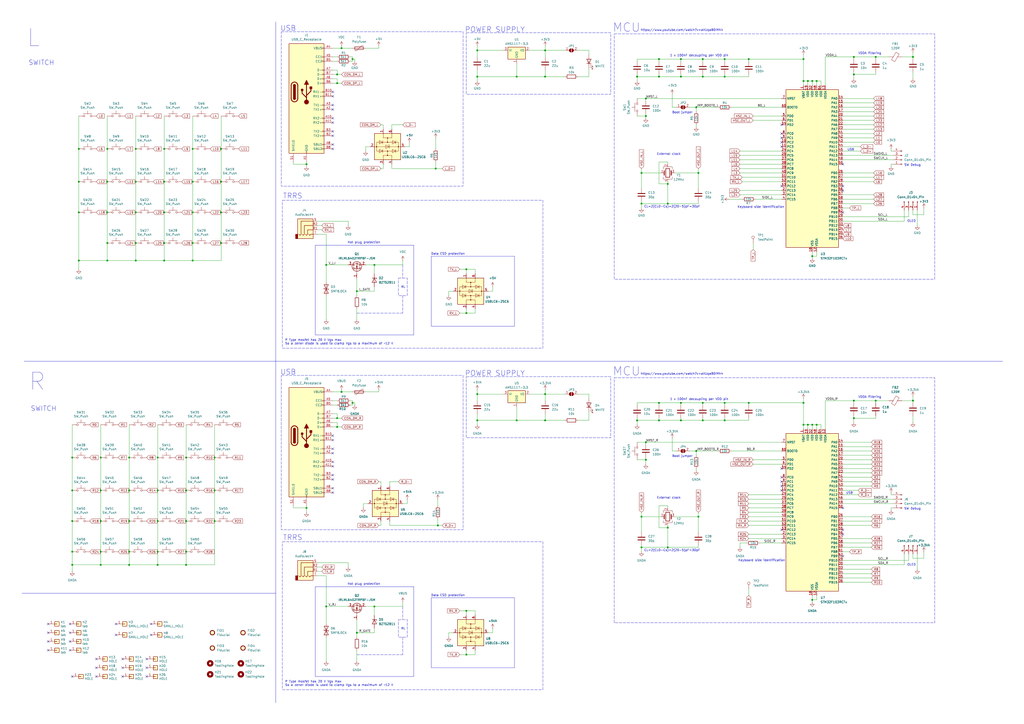
<source format=kicad_sch>
(kicad_sch (version 20250114) (generator "eeschema") (generator_version "9.0")
  (paper "A2")
  (title_block (title "Lily58 Koca") (date "2025-03-07") (rev "3"))
  (rectangle (start 356.235 219.075) (end 542.29 361.315) (stroke (width 0) (type dash)))
  (rectangle (start 163.195 18.415) (end 268.605 107.95) (stroke (width 0) (type dash)))
  (rectangle (start 163.195 217.805) (end 268.605 307.34) (stroke (width 0) (type dash)))
  (rectangle (start 356.235 19.685) (end 542.29 161.925) (stroke (width 0) (type dash)))
  (rectangle (start 163.83 314.325) (end 314.96 400.05) (stroke (width 0) (type dash)))
  (rectangle (start 182.88 142.24) (end 240.03 194.31))
  (rectangle (start 250.19 346.71) (end 298.45 387.35))
  (rectangle (start 231.14 161.29) (end 236.22 171.45) (stroke (width 0) (type dash)))
  (rectangle (start 270.51 218.44) (end 354.33 254) (stroke (width 0) (type dash)))
  (rectangle (start 182.88 340.36) (end 240.03 392.43))
  (rectangle (start 231.14 359.41) (end 236.22 369.57) (stroke (width 0) (type dash)))
  (rectangle (start 270.51 19.05) (end 354.33 54.61) (stroke (width 0) (type dash)))
  (rectangle (start 250.19 148.59) (end 298.45 189.23))
  (rectangle (start 163.83 116.205) (end 314.96 201.93) (stroke (width 0) (type dash)))
  (text "1 x 100nF decoupling per VDD pin" (at 388.62 232.41 0) (effects (font (size 1.27 1.27)) (justify left bottom)))
  (text "P Type mosfet has 20 V Vgs max\nSo a zener diode is used to clamp Vgs to a maximum of ~12 V" (at 165.354 198.374 0) (effects (font (size 1.27 1.27)) (justify left)))
  (text "L" (at 15.24 27.94 0) (effects (font (size 10.0076 10.0076)) (justify left bottom)))
  (text "SWITCH" (at 17.78 238.76 0) (effects (font (size 2.75 2.75)) (justify left bottom)))
  (text "Data ESD protection" (at 259.842 147.32 0) (effects (font (size 1.27 1.27))))
  (text "CL=2(CL0-Cs)=2(20-5)pF=30pF" (at 373.634 320.04 0) (effects (font (size 1.27 1.27)) (justify left bottom)))
  (text "USB" (at 491.49 87.63 0) (effects (font (size 1.27 1.27)) (justify left bottom)))
  (text "R\n" (at 16.51 227.33 0) (effects (font (size 10.0076 10.0076)) (justify left bottom)))
  (text "Boot jumper" (at 389.89 265.43 0) (effects (font (size 1.27 1.27)) (justify left bottom)))
  (text "MCU" (at 355.346 218.44 0) (effects (font (size 5 5)) (justify left bottom)))
  (text "RL" (at 233.934 364.744 0) (effects (font (size 1.27 1.27))))
  (text "POWER SUPPLY" (at 269.748 218.44 0) (effects (font (size 3 3)) (justify left bottom)))
  (text "1 x 100nF decoupling per VDD pin" (at 388.62 33.02 0) (effects (font (size 1.27 1.27)) (justify left bottom)))
  (text "MCU" (at 355.346 19.05 0) (effects (font (size 5 5)) (justify left bottom)))
  (text "VDDA filtering" (at 497.84 31.75 0) (effects (font (size 1.27 1.27)) (justify left bottom)))
  (text "USB" (at 490.728 286.766 0) (effects (font (size 1.27 1.27)) (justify left bottom)))
  (text "https://www.youtube.com/watch?v=aVUqaB0IMh4" (at 371.602 217.678 0) (effects (font (size 1.27 1.27)) (justify left bottom)))
  (text "VDDA filtering" (at 497.84 231.14 0) (effects (font (size 1.27 1.27)) (justify left bottom)))
  (text "Hot plug protection" (at 211.074 338.836 0) (effects (font (size 1.27 1.27))))
  (text "OLED" (at 526.288 129.032 0) (effects (font (size 1.27 1.27)) (justify left bottom)))
  (text "Keyboard side identification" (at 428.244 325.882 0) (effects (font (size 1.27 1.27)) (justify left bottom)))
  (text "SW Debug" (at 524.51 96.52 0) (effects (font (size 1.27 1.27)) (justify left bottom)))
  (text "USB" (at 162.56 217.678 0) (effects (font (size 3 3)) (justify left bottom)))
  (text "OLED" (at 526.288 328.422 0) (effects (font (size 1.27 1.27)) (justify left bottom)))
  (text "Keyboard side identification" (at 427.736 120.904 0) (effects (font (size 1.27 1.27)) (justify left bottom)))
  (text "External clock" (at 381 90.17 0) (effects (font (size 1.27 1.27)) (justify left bottom)))
  (text "Hot plug protection" (at 211.074 140.716 0) (effects (font (size 1.27 1.27))))
  (text "Data ESD protection" (at 259.842 345.44 0) (effects (font (size 1.27 1.27))))
  (text "https://www.youtube.com/watch?v=aVUqaB0IMh4" (at 371.602 18.288 0) (effects (font (size 1.27 1.27)) (justify left bottom)))
  (text "External clock" (at 381 289.56 0) (effects (font (size 1.27 1.27)) (justify left bottom)))
  (text "TRRS" (at 164.084 115.57 0) (effects (font (size 3 3)) (justify left bottom)))
  (text "CL=2(CL0-Cs)=2(20-5)pF=30pF" (at 373.634 120.65 0) (effects (font (size 1.27 1.27)) (justify left bottom)))
  (text "SW Debug" (at 524.51 295.91 0) (effects (font (size 1.27 1.27)) (justify left bottom)))
  (text "USB" (at 162.56 18.288 0) (effects (font (size 3 3)) (justify left bottom)))
  (text "SWITCH" (at 16.51 38.1 0) (effects (font (size 2.75 2.75)) (justify left bottom)))
  (text "TRRS" (at 164.084 313.69 0) (effects (font (size 3 3)) (justify left bottom)))
  (text "POWER SUPPLY" (at 269.748 19.05 0) (effects (font (size 3 3)) (justify left bottom)))
  (text "RL" (at 233.934 166.624 0) (effects (font (size 1.27 1.27))))
  (text "Boot jumper" (at 389.89 66.04 0) (effects (font (size 1.27 1.27)) (justify left bottom)))
  (text "P Type mosfet has 20 V Vgs max\nSo a zener diode is used to clamp Vgs to a maximum of ~12 V" (at 165.354 396.494 0) (effects (font (size 1.27 1.27)) (justify left)))
  (junction (at 405.13 100.33))
  (junction (at 45.72 86.36))
  (junction (at 78.74 140.97))
  (junction (at 374.65 256.54))
  (junction (at 372.11 317.5))
  (junction (at 189.23 153.67))
  (junction (at 41.91 302.26))
  (junction (at 95.25 140.97))
  (junction (at 382.27 243.84))
  (junction (at 74.93 265.43))
  (junction (at 62.23 151.13))
  (junction (at 91.44 320.04))
  (junction (at 508 33.02))
  (junction (at 217.17 153.67))
  (junction (at 299.72 243.84))
  (junction (at 473.71 246.38))
  (junction (at 495.3 43.18))
  (junction (at 91.44 265.43))
  (junction (at 508 232.41))
  (junction (at 387.35 106.68))
  (junction (at 276.86 29.21))
  (junction (at 107.95 265.43))
  (junction (at 204.47 233.68))
  (junction (at 78.74 151.13))
  (junction (at 374.65 67.31))
  (junction (at 407.67 233.68))
  (junction (at 62.23 86.36))
  (junction (at 107.95 302.26))
  (junction (at 195.58 247.65))
  (junction (at 95.25 123.19))
  (junction (at 128.27 123.19))
  (junction (at 74.93 302.26))
  (junction (at 299.72 44.45))
  (junction (at 195.58 43.18))
  (junction (at 316.23 44.45))
  (junction (at 420.37 233.68))
  (junction (at 198.12 227.33))
  (junction (at 58.42 327.66))
  (junction (at 471.17 148.59))
  (junction (at 372.11 118.11))
  (junction (at 466.09 34.29))
  (junction (at 382.27 233.68))
  (junction (at 78.74 86.36))
  (junction (at 403.86 261.62))
  (junction (at 529.59 33.02))
  (junction (at 374.65 57.15))
  (junction (at 111.76 105.41))
  (junction (at 58.42 284.48))
  (junction (at 62.23 105.41))
  (junction (at 471.17 46.99))
  (junction (at 41.91 265.43))
  (junction (at 270.51 354.33))
  (junction (at 394.97 233.68))
  (junction (at 466.09 246.38))
  (junction (at 195.58 48.26))
  (junction (at 107.95 320.04))
  (junction (at 369.57 44.45))
  (junction (at 58.42 320.04))
  (junction (at 195.58 242.57))
  (junction (at 177.8 294.64))
  (junction (at 529.59 232.41))
  (junction (at 204.47 34.29))
  (junction (at 387.35 118.11))
  (junction (at 124.46 302.26))
  (junction (at 107.95 327.66))
  (junction (at 387.35 306.07))
  (junction (at 95.25 151.13))
  (junction (at 374.65 266.7))
  (junction (at 403.86 62.23))
  (junction (at 407.67 243.84))
  (junction (at 124.46 284.48))
  (junction (at 407.67 44.45))
  (junction (at 58.42 302.26))
  (junction (at 270.51 156.21))
  (junction (at 78.74 123.19))
  (junction (at 495.3 242.57))
  (junction (at 74.93 284.48))
  (junction (at 41.91 284.48))
  (junction (at 394.97 44.45))
  (junction (at 177.8 95.25))
  (junction (at 316.23 228.6))
  (junction (at 471.17 347.98))
  (junction (at 217.17 351.79))
  (junction (at 252.73 97.79))
  (junction (at 45.72 105.41))
  (junction (at 473.71 46.99))
  (junction (at 495.3 33.02))
  (junction (at 91.44 302.26))
  (junction (at 387.35 317.5))
  (junction (at 382.27 44.45))
  (junction (at 111.76 140.97))
  (junction (at 91.44 327.66))
  (junction (at 91.44 284.48))
  (junction (at 394.97 34.29))
  (junction (at 276.86 243.84))
  (junction (at 128.27 86.36))
  (junction (at 420.37 243.84))
  (junction (at 111.76 123.19))
  (junction (at 276.86 228.6))
  (junction (at 128.27 105.41))
  (junction (at 74.93 327.66))
  (junction (at 369.57 243.84))
  (junction (at 394.97 243.84))
  (junction (at 207.01 168.91))
  (junction (at 111.76 86.36))
  (junction (at 95.25 86.36))
  (junction (at 207.01 367.03))
  (junction (at 434.34 233.68))
  (junction (at 74.93 320.04))
  (junction (at 468.63 46.99))
  (junction (at 407.67 34.29))
  (junction (at 78.74 105.41))
  (junction (at 466.09 233.68))
  (junction (at 58.42 265.43))
  (junction (at 254 304.8))
  (junction (at 124.46 265.43))
  (junction (at 420.37 44.45))
  (junction (at 95.25 105.41))
  (junction (at 434.34 34.29))
  (junction (at 382.27 34.29))
  (junction (at 276.86 44.45))
  (junction (at 198.12 27.94))
  (junction (at 466.09 46.99))
  (junction (at 128.27 140.97))
  (junction (at 468.63 246.38))
  (junction (at 372.11 299.72))
  (junction (at 270.51 379.73))
  (junction (at 316.23 243.84))
  (junction (at 420.37 34.29))
  (junction (at 41.91 327.66))
  (junction (at 372.11 100.33))
  (junction (at 405.13 299.72))
  (junction (at 41.91 320.04))
  (junction (at 495.3 232.41))
  (junction (at 270.51 181.61))
  (junction (at 111.76 151.13))
  (junction (at 62.23 140.97))
  (junction (at 189.23 351.79))
  (junction (at 316.23 29.21))
  (junction (at 471.17 246.38))
  (junction (at 45.72 123.19))
  (junction (at 107.95 284.48))
  (junction (at 62.23 123.19))
  (junction (at 45.72 151.13))
  (no_connect (at 193.04 86.36))
  (no_connect (at 488.95 294.64))
  (no_connect (at 87.63 368.3))
  (no_connect (at 193.04 255.27))
  (no_connect (at 488.95 309.88))
  (no_connect (at 453.39 85.09))
  (no_connect (at 488.95 322.58))
  (no_connect (at 193.04 63.5))
  (no_connect (at 27.94 372.11))
  (no_connect (at 453.39 80.01))
  (no_connect (at 40.64 361.95))
  (no_connect (at 27.94 367.03))
  (no_connect (at 40.64 377.19))
  (no_connect (at 85.09 382.27))
  (no_connect (at 488.95 95.25))
  (no_connect (at 71.12 392.43))
  (no_connect (at 453.39 107.95))
  (no_connect (at 193.04 78.74))
  (no_connect (at 193.04 260.35))
  (no_connect (at 193.04 252.73))
  (no_connect (at 27.94 361.95))
  (no_connect (at 488.95 123.19))
  (no_connect (at 193.04 71.12))
  (no_connect (at 453.39 284.48))
  (no_connect (at 193.04 270.51))
  (no_connect (at 71.12 387.35))
  (no_connect (at 27.94 377.19))
  (no_connect (at 85.09 387.35))
  (no_connect (at 41.91 392.43))
  (no_connect (at 453.39 77.47))
  (no_connect (at 193.04 278.13))
  (no_connect (at 55.88 387.35))
  (no_connect (at 193.04 55.88))
  (no_connect (at 67.31 368.3))
  (no_connect (at 193.04 275.59))
  (no_connect (at 453.39 82.55))
  (no_connect (at 453.39 279.4))
  (no_connect (at 193.04 262.89))
  (no_connect (at 453.39 276.86))
  (no_connect (at 453.39 271.78))
  (no_connect (at 193.04 283.21))
  (no_connect (at 488.95 307.34))
  (no_connect (at 71.12 382.27))
  (no_connect (at 40.64 367.03))
  (no_connect (at 87.63 361.95))
  (no_connect (at 55.88 382.27))
  (no_connect (at 193.04 285.75))
  (no_connect (at 453.39 72.39))
  (no_connect (at 193.04 60.96))
  (no_connect (at 85.09 392.43))
  (no_connect (at 453.39 281.94))
  (no_connect (at 193.04 267.97))
  (no_connect (at 193.04 83.82))
  (no_connect (at 40.64 372.11))
  (no_connect (at 453.39 307.34))
  (no_connect (at 488.95 110.49))
  (no_connect (at 67.31 361.95))
  (no_connect (at 193.04 76.2))
  (no_connect (at 193.04 68.58))
  (no_connect (at 488.95 107.95))
  (no_connect (at 55.88 392.43))
  (no_connect (at 193.04 53.34))
  (wire (pts (xy 420.37 34.29) (xy 434.34 34.29)))
  (wire (pts (xy 403.86 62.23) (xy 400.05 62.23)))
  (wire (pts (xy 506.73 57.15) (xy 488.95 57.15)))
  (wire (pts (xy 532.13 321.31) (xy 532.13 330.2)))
  (wire (pts (xy 201.93 128.27) (xy 201.93 130.81)))
  (wire (pts (xy 403.86 261.62) (xy 400.05 261.62)))
  (wire (pts (xy 488.95 327.66) (xy 524.51 327.66)))
  (wire (pts (xy 74.93 320.04) (xy 74.93 327.66)))
  (wire (pts (xy 495.3 232.41) (xy 495.3 233.68)))
  (wire (pts (xy 193.04 45.72) (xy 195.58 45.72)))
  (wire (pts (xy 468.63 246.38) (xy 466.09 246.38)))
  (wire (pts (xy 170.18 293.37) (xy 170.18 294.64)))
  (polyline (pts (xy 207.01 181.61) (xy 233.68 181.61)) (stroke (width 0) (type dash)))
  (wire (pts (xy 382.27 34.29) (xy 382.27 35.56)))
  (wire (pts (xy 189.23 351.79) (xy 189.23 361.95)))
  (wire (pts (xy 518.16 87.63) (xy 516.89 87.63)))
  (wire (pts (xy 217.17 367.03) (xy 217.17 364.49)))
  (wire (pts (xy 95.25 105.41) (xy 95.25 123.19)))
  (wire (pts (xy 203.2 234.95) (xy 204.47 234.95)))
  (wire (pts (xy 429.26 97.79) (xy 453.39 97.79)))
  (wire (pts (xy 316.23 243.84) (xy 299.72 243.84)))
  (wire (pts (xy 270.51 156.21) (xy 270.51 158.75)))
  (wire (pts (xy 45.72 86.36) (xy 45.72 105.41)))
  (wire (pts (xy 516.89 87.63) (xy 516.89 86.36)))
  (wire (pts (xy 529.59 233.68) (xy 529.59 232.41)))
  (wire (pts (xy 369.57 246.38) (xy 369.57 243.84)))
  (wire (pts (xy 387.35 106.68) (xy 387.35 105.41)))
  (wire (pts (xy 276.86 29.21) (xy 292.1 29.21)))
  (wire (pts (xy 372.11 100.33) (xy 372.11 109.22)))
  (wire (pts (xy 198.12 26.67) (xy 198.12 27.94)))
  (wire (pts (xy 283.21 168.91) (xy 285.75 168.91)))
  (wire (pts (xy 227.33 72.39) (xy 227.33 74.93)))
  (wire (pts (xy 204.47 34.29) (xy 204.47 33.02)))
  (wire (pts (xy 434.34 294.64) (xy 453.39 294.64)))
  (wire (pts (xy 107.95 246.38) (xy 107.95 265.43)))
  (wire (pts (xy 184.15 135.89) (xy 189.23 135.89)))
  (wire (pts (xy 276.86 228.6) (xy 292.1 228.6)))
  (wire (pts (xy 369.57 43.18) (xy 369.57 44.45)))
  (wire (pts (xy 505.46 314.96) (xy 488.95 314.96)))
  (wire (pts (xy 434.34 243.84) (xy 434.34 242.57)))
  (wire (pts (xy 203.2 35.56) (xy 204.47 35.56)))
  (wire (pts (xy 374.65 265.43) (xy 374.65 266.7)))
  (wire (pts (xy 473.71 46.99) (xy 473.71 49.53)))
  (wire (pts (xy 471.17 347.98) (xy 473.71 347.98)))
  (wire (pts (xy 128.27 86.36) (xy 128.27 105.41)))
  (wire (pts (xy 387.35 118.11) (xy 405.13 118.11)))
  (wire (pts (xy 516.89 294.64) (xy 516.89 295.91)))
  (wire (pts (xy 369.57 67.31) (xy 374.65 67.31)))
  (wire (pts (xy 506.73 113.03) (xy 488.95 113.03)))
  (wire (pts (xy 382.27 106.68) (xy 387.35 106.68)))
  (wire (pts (xy 299.72 243.84) (xy 276.86 243.84)))
  (wire (pts (xy 170.18 95.25) (xy 177.8 95.25)))
  (wire (pts (xy 316.23 228.6) (xy 316.23 232.41)))
  (wire (pts (xy 266.7 156.21) (xy 270.51 156.21)))
  (wire (pts (xy 488.95 128.27) (xy 524.51 128.27)))
  (wire (pts (xy 266.7 354.33) (xy 270.51 354.33)))
  (wire (pts (xy 476.25 46.99) (xy 473.71 46.99)))
  (wire (pts (xy 434.34 233.68) (xy 434.34 234.95)))
  (wire (pts (xy 506.73 69.85) (xy 488.95 69.85)))
  (wire (pts (xy 434.34 312.42) (xy 453.39 312.42)))
  (wire (pts (xy 495.3 242.57) (xy 495.3 245.11)))
  (wire (pts (xy 407.67 34.29) (xy 394.97 34.29)))
  (wire (pts (xy 212.09 87.63) (xy 212.09 85.09)))
  (wire (pts (xy 128.27 123.19) (xy 128.27 140.97)))
  (wire (pts (xy 193.04 27.94) (xy 198.12 27.94)))
  (wire (pts (xy 394.97 44.45) (xy 407.67 44.45)))
  (wire (pts (xy 382.27 243.84) (xy 394.97 243.84)))
  (wire (pts (xy 237.49 85.09) (xy 234.95 85.09)))
  (wire (pts (xy 193.04 33.02) (xy 195.58 33.02)))
  (wire (pts (xy 124.46 327.66) (xy 107.95 327.66)))
  (wire (pts (xy 372.11 97.79) (xy 372.11 100.33)))
  (wire (pts (xy 189.23 153.67) (xy 189.23 163.83)))
  (wire (pts (xy 424.18 62.23) (xy 453.39 62.23)))
  (wire (pts (xy 529.59 241.3) (xy 529.59 245.11)))
  (wire (pts (xy 382.27 43.18) (xy 382.27 44.45)))
  (wire (pts (xy 488.95 287.02) (xy 497.84 287.02)))
  (wire (pts (xy 128.27 140.97) (xy 128.27 151.13)))
  (wire (pts (xy 422.91 115.57) (xy 430.53 115.57)))
  (wire (pts (xy 177.8 93.98) (xy 177.8 95.25)))
  (wire (pts (xy 107.95 302.26) (xy 107.95 320.04)))
  (wire (pts (xy 195.58 240.03) (xy 195.58 242.57)))
  (wire (pts (xy 189.23 171.45) (xy 189.23 185.42)))
  (wire (pts (xy 369.57 256.54) (xy 374.65 256.54)))
  (wire (pts (xy 403.86 72.39) (xy 403.86 73.66)))
  (wire (pts (xy 466.09 246.38) (xy 466.09 233.68)))
  (wire (pts (xy 436.88 69.85) (xy 453.39 69.85)))
  (wire (pts (xy 62.23 151.13) (xy 45.72 151.13)))
  (wire (pts (xy 495.3 232.41) (xy 508 232.41)))
  (wire (pts (xy 471.17 246.38) (xy 471.17 248.92)))
  (wire (pts (xy 505.46 335.28) (xy 488.95 335.28)))
  (wire (pts (xy 372.11 299.72) (xy 383.54 299.72)))
  (wire (pts (xy 193.04 35.56) (xy 195.58 35.56)))
  (wire (pts (xy 78.74 151.13) (xy 95.25 151.13)))
  (wire (pts (xy 219.71 26.67) (xy 219.71 27.94)))
  (wire (pts (xy 233.68 349.25) (xy 233.68 351.79)))
  (wire (pts (xy 260.35 168.91) (xy 262.89 168.91)))
  (wire (pts (xy 471.17 148.59) (xy 473.71 148.59)))
  (wire (pts (xy 387.35 306.07) (xy 387.35 304.8)))
  (wire (pts (xy 407.67 233.68) (xy 394.97 233.68)))
  (wire (pts (xy 193.04 245.11) (xy 195.58 245.11)))
  (wire (pts (xy 505.46 312.42) (xy 488.95 312.42)))
  (wire (pts (xy 270.51 181.61) (xy 270.51 179.07)))
  (wire (pts (xy 217.17 153.67) (xy 233.68 153.67)))
  (wire (pts (xy 372.11 116.84) (xy 372.11 118.11)))
  (wire (pts (xy 476.25 246.38) (xy 473.71 246.38)))
  (wire (pts (xy 405.13 118.11) (xy 405.13 116.84)))
  (wire (pts (xy 195.58 247.65) (xy 193.04 247.65)))
  (wire (pts (xy 478.79 33.02) (xy 478.79 49.53)))
  (wire (pts (xy 466.09 248.92) (xy 466.09 246.38)))
  (wire (pts (xy 403.86 64.77) (xy 403.86 62.23)))
  (wire (pts (xy 270.51 379.73) (xy 275.59 379.73)))
  (polyline (pts (xy 233.68 171.45) (xy 233.68 181.61)) (stroke (width 0) (type dash)))
  (wire (pts (xy 341.63 228.6) (xy 341.63 231.14)))
  (wire (pts (xy 189.23 369.57) (xy 189.23 383.54)))
  (wire (pts (xy 529.59 229.87) (xy 529.59 232.41)))
  (wire (pts (xy 236.22 292.1) (xy 233.68 292.1)))
  (wire (pts (xy 341.63 29.21) (xy 341.63 31.75)))
  (wire (pts (xy 453.39 105.41) (xy 430.53 105.41)))
  (wire (pts (xy 495.3 43.18) (xy 508 43.18)))
  (wire (pts (xy 382.27 293.37) (xy 382.27 306.07)))
  (wire (pts (xy 505.46 276.86) (xy 488.95 276.86)))
  (wire (pts (xy 45.72 67.31) (xy 45.72 86.36)))
  (wire (pts (xy 468.63 46.99) (xy 466.09 46.99)))
  (wire (pts (xy 41.91 246.38) (xy 41.91 265.43)))
  (wire (pts (xy 219.71 304.8) (xy 220.98 304.8)))
  (wire (pts (xy 189.23 135.89) (xy 189.23 153.67)))
  (wire (pts (xy 387.35 293.37) (xy 382.27 293.37)))
  (wire (pts (xy 205.74 234.95) (xy 205.74 233.68)))
  (wire (pts (xy 316.23 228.6) (xy 327.66 228.6)))
  (wire (pts (xy 207.01 168.91) (xy 207.01 171.45)))
  (wire (pts (xy 299.72 44.45) (xy 276.86 44.45)))
  (wire (pts (xy 276.86 232.41) (xy 276.86 228.6)))
  (wire (pts (xy 429.26 87.63) (xy 453.39 87.63)))
  (wire (pts (xy 403.86 271.78) (xy 403.86 273.05)))
  (wire (pts (xy 468.63 46.99) (xy 468.63 49.53)))
  (wire (pts (xy 372.11 320.04) (xy 372.11 317.5)))
  (wire (pts (xy 217.17 351.79) (xy 233.68 351.79)))
  (wire (pts (xy 488.95 87.63) (xy 499.11 87.63)))
  (wire (pts (xy 389.89 54.61) (xy 389.89 62.23)))
  (wire (pts (xy 74.93 246.38) (xy 74.93 265.43)))
  (wire (pts (xy 74.93 265.43) (xy 74.93 284.48)))
  (wire (pts (xy 62.23 67.31) (xy 62.23 86.36)))
  (wire (pts (xy 177.8 95.25) (xy 177.8 96.52)))
  (wire (pts (xy 473.71 246.38) (xy 473.71 248.92)))
  (wire (pts (xy 78.74 140.97) (xy 78.74 151.13)))
  (wire (pts (xy 505.46 299.72) (xy 488.95 299.72)))
  (wire (pts (xy 220.98 304.8) (xy 220.98 302.26)))
  (wire (pts (xy 506.73 67.31) (xy 488.95 67.31)))
  (wire (pts (xy 529.59 124.46) (xy 535.94 124.46)))
  (wire (pts (xy 434.34 341.63) (xy 434.34 345.44)))
  (wire (pts (xy 78.74 151.13) (xy 62.23 151.13)))
  (wire (pts (xy 471.17 345.44) (xy 471.17 347.98)))
  (wire (pts (xy 508 242.57) (xy 508 241.3)))
  (wire (pts (xy 387.35 294.64) (xy 387.35 293.37)))
  (wire (pts (xy 124.46 246.38) (xy 124.46 265.43)))
  (wire (pts (xy 429.26 314.96) (xy 433.07 314.96)))
  (wire (pts (xy 387.35 106.68) (xy 387.35 118.11)))
  (wire (pts (xy 495.3 241.3) (xy 495.3 242.57)))
  (wire (pts (xy 434.34 289.56) (xy 453.39 289.56)))
  (wire (pts (xy 429.26 100.33) (xy 453.39 100.33)))
  (wire (pts (xy 276.86 243.84) (xy 276.86 246.38)))
  (wire (pts (xy 78.74 67.31) (xy 78.74 86.36)))
  (wire (pts (xy 420.37 44.45) (xy 434.34 44.45)))
  (wire (pts (xy 201.93 326.39) (xy 201.93 328.93)))
  (wire (pts (xy 382.27 233.68) (xy 382.27 234.95)))
  (wire (pts (xy 95.25 67.31) (xy 95.25 86.36)))
  (wire (pts (xy 478.79 232.41) (xy 478.79 248.92)))
  (wire (pts (xy 74.93 327.66) (xy 91.44 327.66)))
  (wire (pts (xy 91.44 265.43) (xy 91.44 284.48)))
  (wire (pts (xy 434.34 299.72) (xy 453.39 299.72)))
  (wire (pts (xy 436.88 269.24) (xy 453.39 269.24)))
  (polyline (pts (xy 160.02 12.7) (xy 160.02 407.67)))
  (wire (pts (xy 420.37 35.56) (xy 420.37 34.29)))
  (wire (pts (xy 111.76 105.41) (xy 111.76 123.19)))
  (wire (pts (xy 128.27 67.31) (xy 128.27 86.36)))
  (wire (pts (xy 505.46 274.32) (xy 488.95 274.32)))
  (wire (pts (xy 424.18 261.62) (xy 453.39 261.62)))
  (wire (pts (xy 124.46 302.26) (xy 124.46 327.66)))
  (wire (pts (xy 205.74 233.68) (xy 204.47 233.68)))
  (wire (pts (xy 41.91 327.66) (xy 41.91 331.47)))
  (wire (pts (xy 506.73 118.11) (xy 488.95 118.11)))
  (wire (pts (xy 505.46 256.54) (xy 488.95 256.54)))
  (wire (pts (xy 207.01 179.07) (xy 207.01 185.42)))
  (wire (pts (xy 204.47 233.68) (xy 204.47 232.41)))
  (wire (pts (xy 471.17 347.98) (xy 471.17 349.25)))
  (wire (pts (xy 495.3 41.91) (xy 495.3 43.18)))
  (wire (pts (xy 107.95 320.04) (xy 107.95 327.66)))
  (wire (pts (xy 335.28 243.84) (xy 341.63 243.84)))
  (polyline (pts (xy 581.66 209.55) (xy 13.97 209.55)))
  (wire (pts (xy 207.01 367.03) (xy 207.01 369.57)))
  (wire (pts (xy 220.98 97.79) (xy 222.25 97.79)))
  (wire (pts (xy 387.35 95.25) (xy 387.35 93.98)))
  (wire (pts (xy 382.27 242.57) (xy 382.27 243.84)))
  (wire (pts (xy 436.88 67.31) (xy 453.39 67.31)))
  (wire (pts (xy 189.23 351.79) (xy 201.93 351.79)))
  (wire (pts (xy 275.59 379.73) (xy 275.59 377.19)))
  (wire (pts (xy 508 232.41) (xy 515.62 232.41)))
  (wire (pts (xy 466.09 46.99) (xy 466.09 34.29)))
  (wire (pts (xy 488.95 284.48) (xy 497.84 284.48)))
  (wire (pts (xy 535.94 124.46) (xy 535.94 120.65)))
  (wire (pts (xy 506.73 100.33) (xy 488.95 100.33)))
  (wire (pts (xy 372.11 299.72) (xy 372.11 308.61)))
  (wire (pts (xy 186.69 130.81) (xy 184.15 130.81)))
  (wire (pts (xy 391.16 100.33) (xy 405.13 100.33)))
  (wire (pts (xy 283.21 367.03) (xy 285.75 367.03)))
  (wire (pts (xy 529.59 232.41) (xy 523.24 232.41)))
  (wire (pts (xy 505.46 261.62) (xy 488.95 261.62)))
  (wire (pts (xy 270.51 181.61) (xy 275.59 181.61)))
  (wire (pts (xy 369.57 34.29) (xy 369.57 35.56)))
  (wire (pts (xy 434.34 34.29) (xy 434.34 35.56)))
  (wire (pts (xy 205.74 35.56) (xy 205.74 34.29)))
  (wire (pts (xy 508 232.41) (xy 508 233.68)))
  (wire (pts (xy 227.33 97.79) (xy 227.33 95.25)))
  (wire (pts (xy 189.23 153.67) (xy 201.93 153.67)))
  (wire (pts (xy 195.58 245.11) (xy 195.58 247.65)))
  (wire (pts (xy 506.73 62.23) (xy 488.95 62.23)))
  (wire (pts (xy 220.98 72.39) (xy 222.25 72.39)))
  (wire (pts (xy 369.57 57.15) (xy 374.65 57.15)))
  (wire (pts (xy 195.58 242.57) (xy 193.04 242.57)))
  (wire (pts (xy 505.46 302.26) (xy 488.95 302.26)))
  (wire (pts (xy 217.17 351.79) (xy 212.09 351.79)))
  (wire (pts (xy 254 300.99) (xy 254 304.8)))
  (wire (pts (xy 74.93 302.26) (xy 74.93 320.04)))
  (wire (pts (xy 266.7 379.73) (xy 270.51 379.73)))
  (wire (pts (xy 219.71 279.4) (xy 220.98 279.4)))
  (wire (pts (xy 506.73 77.47) (xy 488.95 77.47)))
  (wire (pts (xy 107.95 327.66) (xy 91.44 327.66)))
  (polyline (pts (xy 233.68 369.57) (xy 233.68 379.73)) (stroke (width 0) (type dash)))
  (wire (pts (xy 403.86 264.16) (xy 403.86 261.62)))
  (wire (pts (xy 505.46 271.78) (xy 488.95 271.78)))
  (wire (pts (xy 111.76 86.36) (xy 111.76 105.41)))
  (wire (pts (xy 374.65 256.54) (xy 374.65 257.81)))
  (wire (pts (xy 260.35 369.57) (xy 260.35 367.03)))
  (wire (pts (xy 316.23 26.67) (xy 316.23 29.21)))
  (wire (pts (xy 382.27 34.29) (xy 369.57 34.29)))
  (wire (pts (xy 198.12 27.94) (xy 204.47 27.94)))
  (wire (pts (xy 207.01 377.19) (xy 207.01 383.54)))
  (wire (pts (xy 335.28 228.6) (xy 341.63 228.6)))
  (wire (pts (xy 219.71 226.06) (xy 219.71 227.33)))
  (wire (pts (xy 275.59 181.61) (xy 275.59 179.07)))
  (wire (pts (xy 195.58 45.72) (xy 195.58 48.26)))
  (wire (pts (xy 95.25 123.19) (xy 95.25 140.97)))
  (wire (pts (xy 394.97 43.18) (xy 394.97 44.45)))
  (wire (pts (xy 434.34 287.02) (xy 453.39 287.02)))
  (wire (pts (xy 506.73 64.77) (xy 488.95 64.77)))
  (wire (pts (xy 369.57 243.84) (xy 382.27 243.84)))
  (wire (pts (xy 429.26 95.25) (xy 453.39 95.25)))
  (wire (pts (xy 529.59 33.02) (xy 523.24 33.02)))
  (wire (pts (xy 184.15 334.01) (xy 189.23 334.01)))
  (wire (pts (xy 403.86 62.23) (xy 416.56 62.23)))
  (wire (pts (xy 124.46 265.43) (xy 124.46 284.48)))
  (wire (pts (xy 535.94 323.85) (xy 535.94 320.04)))
  (wire (pts (xy 222.25 72.39) (xy 222.25 74.93)))
  (wire (pts (xy 506.73 80.01) (xy 488.95 80.01)))
  (wire (pts (xy 478.79 232.41) (xy 495.3 232.41)))
  (polyline (pts (xy 12.7 344.17) (xy 160.02 344.17)))
  (wire (pts (xy 505.46 269.24) (xy 488.95 269.24)))
  (wire (pts (xy 219.71 27.94) (xy 212.09 27.94)))
  (wire (pts (xy 195.58 43.18) (xy 193.04 43.18)))
  (wire (pts (xy 374.65 67.31) (xy 374.65 68.58)))
  (wire (pts (xy 58.42 327.66) (xy 58.42 320.04)))
  (wire (pts (xy 41.91 320.04) (xy 41.91 327.66)))
  (wire (pts (xy 405.13 317.5) (xy 405.13 316.23)))
  (wire (pts (xy 62.23 105.41) (xy 62.23 123.19)))
  (wire (pts (xy 405.13 299.72) (xy 405.13 308.61)))
  (wire (pts (xy 516.89 95.25) (xy 516.89 96.52)))
  (wire (pts (xy 226.06 304.8) (xy 226.06 302.26)))
  (wire (pts (xy 217.17 168.91) (xy 217.17 166.37)))
  (wire (pts (xy 524.51 128.27) (xy 524.51 121.92)))
  (wire (pts (xy 186.69 331.47) (xy 184.15 331.47)))
  (polyline (pts (xy 207.01 379.73) (xy 233.68 379.73)) (stroke (width 0) (type dash)))
  (wire (pts (xy 78.74 86.36) (xy 78.74 105.41)))
  (wire (pts (xy 405.13 97.79) (xy 405.13 100.33)))
  (wire (pts (xy 434.34 44.45) (xy 434.34 43.18)))
  (wire (pts (xy 193.04 232.41) (xy 195.58 232.41)))
  (wire (pts (xy 518.16 95.25) (xy 516.89 95.25)))
  (wire (pts (xy 453.39 102.87) (xy 430.53 102.87)))
  (wire (pts (xy 407.67 242.57) (xy 407.67 243.84)))
  (wire (pts (xy 488.95 85.09) (xy 499.11 85.09)))
  (wire (pts (xy 453.39 304.8) (xy 434.34 304.8)))
  (wire (pts (xy 374.65 57.15) (xy 374.65 58.42)))
  (wire (pts (xy 219.71 227.33) (xy 212.09 227.33)))
  (wire (pts (xy 177.8 294.64) (xy 177.8 297.18)))
  (wire (pts (xy 436.88 140.97) (xy 436.88 144.78)))
  (wire (pts (xy 270.51 156.21) (xy 275.59 156.21)))
  (wire (pts (xy 335.28 29.21) (xy 341.63 29.21)))
  (wire (pts (xy 488.95 330.2) (xy 505.46 330.2)))
  (wire (pts (xy 204.47 232.41) (xy 203.2 232.41)))
  (wire (pts (xy 429.26 113.03) (xy 453.39 113.03)))
  (wire (pts (xy 391.16 299.72) (xy 405.13 299.72)))
  (wire (pts (xy 270.51 379.73) (xy 270.51 377.19)))
  (wire (pts (xy 529.59 321.31) (xy 529.59 323.85)))
  (wire (pts (xy 372.11 316.23) (xy 372.11 317.5)))
  (wire (pts (xy 518.16 294.64) (xy 516.89 294.64)))
  (wire (pts (xy 488.95 120.65) (xy 492.76 120.65)))
  (wire (pts (xy 91.44 246.38) (xy 91.44 265.43)))
  (wire (pts (xy 387.35 93.98) (xy 382.27 93.98)))
  (wire (pts (xy 41.91 265.43) (xy 41.91 284.48)))
  (wire (pts (xy 299.72 36.83) (xy 299.72 44.45)))
  (wire (pts (xy 41.91 302.26) (xy 41.91 320.04)))
  (wire (pts (xy 107.95 265.43) (xy 107.95 284.48)))
  (wire (pts (xy 389.89 254) (xy 389.89 261.62)))
  (wire (pts (xy 193.04 40.64) (xy 195.58 40.64)))
  (wire (pts (xy 407.67 34.29) (xy 407.67 35.56)))
  (wire (pts (xy 62.23 140.97) (xy 62.23 151.13)))
  (wire (pts (xy 505.46 259.08) (xy 488.95 259.08)))
  (wire (pts (xy 275.59 354.33) (xy 275.59 356.87)))
  (wire (pts (xy 403.86 261.62) (xy 416.56 261.62)))
  (wire (pts (xy 473.71 148.59) (xy 473.71 146.05)))
  (wire (pts (xy 195.58 43.18) (xy 198.12 43.18)))
  (wire (pts (xy 394.97 34.29) (xy 382.27 34.29)))
  (wire (pts (xy 276.86 26.67) (xy 276.86 29.21)))
  (wire (pts (xy 429.26 314.96) (xy 429.26 317.5)))
  (wire (pts (xy 212.09 85.09) (xy 214.63 85.09)))
  (wire (pts (xy 91.44 302.26) (xy 91.44 320.04)))
  (wire (pts (xy 335.28 44.45) (xy 341.63 44.45)))
  (wire (pts (xy 374.65 57.15) (xy 453.39 57.15)))
  (wire (pts (xy 222.25 97.79) (xy 222.25 95.25)))
  (wire (pts (xy 198.12 227.33) (xy 204.47 227.33)))
  (wire (pts (xy 382.27 44.45) (xy 394.97 44.45)))
  (wire (pts (xy 78.74 123.19) (xy 78.74 140.97)))
  (wire (pts (xy 387.35 306.07) (xy 387.35 317.5)))
  (wire (pts (xy 529.59 30.48) (xy 529.59 33.02)))
  (wire (pts (xy 207.01 359.41) (xy 207.01 367.03)))
  (wire (pts (xy 45.72 105.41) (xy 45.72 123.19)))
  (wire (pts (xy 316.23 44.45) (xy 327.66 44.45)))
  (wire (pts (xy 524.51 327.66) (xy 524.51 321.31)))
  (wire (pts (xy 473.71 46.99) (xy 471.17 46.99)))
  (wire (pts (xy 275.59 156.21) (xy 275.59 158.75)))
  (wire (pts (xy 407.67 233.68) (xy 407.67 234.95)))
  (wire (pts (xy 276.86 33.02) (xy 276.86 29.21)))
  (wire (pts (xy 217.17 356.87) (xy 217.17 351.79)))
  (wire (pts (xy 270.51 354.33) (xy 275.59 354.33)))
  (wire (pts (xy 389.89 62.23) (xy 392.43 62.23)))
  (wire (pts (xy 478.79 33.02) (xy 495.3 33.02)))
  (wire (pts (xy 95.25 151.13) (xy 111.76 151.13)))
  (wire (pts (xy 506.73 59.69) (xy 488.95 59.69)))
  (wire (pts (xy 382.27 233.68) (xy 369.57 233.68)))
  (wire (pts (xy 74.93 284.48) (xy 74.93 302.26)))
  (wire (pts (xy 276.86 226.06) (xy 276.86 228.6)))
  (wire (pts (xy 177.8 293.37) (xy 177.8 294.64)))
  (wire (pts (xy 260.35 171.45) (xy 260.35 168.91)))
  (wire (pts (xy 226.06 304.8) (xy 254 304.8)))
  (wire (pts (xy 488.95 90.17) (xy 518.16 90.17)))
  (wire (pts (xy 195.58 247.65) (xy 198.12 247.65)))
  (polyline (pts (xy 233.68 153.67) (xy 233.68 161.29)) (stroke (width 0) (type dash)))
  (wire (pts (xy 508 33.02) (xy 508 34.29)))
  (wire (pts (xy 95.25 86.36) (xy 95.25 105.41)))
  (wire (pts (xy 285.75 168.91) (xy 285.75 166.37)))
  (wire (pts (xy 189.23 334.01) (xy 189.23 351.79)))
  (wire (pts (xy 505.46 279.4) (xy 488.95 279.4)))
  (wire (pts (xy 233.68 151.13) (xy 233.68 153.67)))
  (wire (pts (xy 471.17 46.99) (xy 468.63 46.99)))
  (wire (pts (xy 505.46 304.8) (xy 488.95 304.8)))
  (wire (pts (xy 195.58 48.26) (xy 193.04 48.26)))
  (wire (pts (xy 488.95 289.56) (xy 518.16 289.56)))
  (wire (pts (xy 58.42 302.26) (xy 58.42 284.48)))
  (wire (pts (xy 405.13 100.33) (xy 405.13 109.22)))
  (wire (pts (xy 91.44 320.04) (xy 91.44 327.66)))
  (wire (pts (xy 488.95 125.73) (xy 527.05 125.73)))
  (wire (pts (xy 372.11 317.5) (xy 387.35 317.5)))
  (wire (pts (xy 369.57 44.45) (xy 382.27 44.45)))
  (wire (pts (xy 516.89 287.02) (xy 516.89 285.75)))
  (wire (pts (xy 91.44 284.48) (xy 91.44 302.26)))
  (wire (pts (xy 420.37 234.95) (xy 420.37 233.68)))
  (wire (pts (xy 195.58 242.57) (xy 198.12 242.57)))
  (wire (pts (xy 438.15 115.57) (xy 453.39 115.57)))
  (wire (pts (xy 495.3 43.18) (xy 495.3 45.72)))
  (wire (pts (xy 495.3 33.02) (xy 495.3 34.29)))
  (wire (pts (xy 405.13 297.18) (xy 405.13 299.72)))
  (wire (pts (xy 316.23 44.45) (xy 299.72 44.45)))
  (wire (pts (xy 434.34 297.18) (xy 453.39 297.18)))
  (wire (pts (xy 488.95 92.71) (xy 518.16 92.71)))
  (wire (pts (xy 285.75 367.03) (xy 285.75 364.49)))
  (wire (pts (xy 387.35 317.5) (xy 405.13 317.5)))
  (wire (pts (xy 407.67 243.84) (xy 420.37 243.84)))
  (wire (pts (xy 471.17 146.05) (xy 471.17 148.59)))
  (wire (pts (xy 488.95 292.1) (xy 518.16 292.1)))
  (wire (pts (xy 195.58 40.64) (xy 195.58 43.18)))
  (wire (pts (xy 316.23 240.03) (xy 316.23 243.84)))
  (wire (pts (xy 429.26 110.49) (xy 453.39 110.49)))
  (wire (pts (xy 532.13 121.92) (xy 532.13 130.81)))
  (wire (pts (xy 369.57 233.68) (xy 369.57 234.95)))
  (wire (pts (xy 505.46 281.94) (xy 488.95 281.94)))
  (wire (pts (xy 420.37 243.84) (xy 420.37 242.57)))
  (wire (pts (xy 429.26 90.17) (xy 453.39 90.17)))
  (wire (pts (xy 420.37 233.68) (xy 407.67 233.68)))
  (polyline (pts (xy 233.68 351.79) (xy 233.68 359.41)) (stroke (width 0) (type dash)))
  (wire (pts (xy 62.23 86.36) (xy 62.23 105.41)))
  (wire (pts (xy 369.57 242.57) (xy 369.57 243.84)))
  (wire (pts (xy 237.49 82.55) (xy 237.49 85.09)))
  (wire (pts (xy 316.23 243.84) (xy 327.66 243.84)))
  (wire (pts (xy 394.97 243.84) (xy 407.67 243.84)))
  (wire (pts (xy 505.46 266.7) (xy 488.95 266.7)))
  (wire (pts (xy 369.57 266.7) (xy 374.65 266.7)))
  (wire (pts (xy 466.09 231.14) (xy 466.09 233.68)))
  (wire (pts (xy 252.73 93.98) (xy 252.73 97.79)))
  (wire (pts (xy 186.69 133.35) (xy 184.15 133.35)))
  (wire (pts (xy 276.86 243.84) (xy 276.86 240.03)))
  (wire (pts (xy 506.73 105.41) (xy 488.95 105.41)))
  (wire (pts (xy 372.11 118.11) (xy 387.35 118.11)))
  (wire (pts (xy 518.16 287.02) (xy 516.89 287.02)))
  (wire (pts (xy 495.3 33.02) (xy 508 33.02)))
  (wire (pts (xy 78.74 105.41) (xy 78.74 123.19)))
  (wire (pts (xy 41.91 284.48) (xy 41.91 302.26)))
  (wire (pts (xy 394.97 233.68) (xy 382.27 233.68)))
  (wire (pts (xy 420.37 44.45) (xy 420.37 43.18)))
  (wire (pts (xy 252.73 80.01) (xy 252.73 86.36)))
  (wire (pts (xy 186.69 328.93) (xy 184.15 328.93)))
  (wire (pts (xy 394.97 242.57) (xy 394.97 243.84)))
  (wire (pts (xy 488.95 325.12) (xy 527.05 325.12)))
  (wire (pts (xy 341.63 243.84) (xy 341.63 238.76)))
  (wire (pts (xy 111.76 67.31) (xy 111.76 86.36)))
  (wire (pts (xy 505.46 332.74) (xy 488.95 332.74)))
  (wire (pts (xy 217.17 158.75) (xy 217.17 153.67)))
  (wire (pts (xy 307.34 29.21) (xy 316.23 29.21)))
  (wire (pts (xy 429.26 92.71) (xy 453.39 92.71)))
  (wire (pts (xy 45.72 123.19) (xy 45.72 151.13)))
  (wire (pts (xy 389.89 261.62) (xy 392.43 261.62)))
  (wire (pts (xy 495.3 242.57) (xy 508 242.57)))
  (wire (pts (xy 204.47 234.95) (xy 204.47 233.68)))
  (wire (pts (xy 453.39 302.26) (xy 434.34 302.26)))
  (wire (pts (xy 341.63 44.45) (xy 341.63 39.37)))
  (wire (pts (xy 476.25 49.53) (xy 476.25 46.99)))
  (wire (pts (xy 41.91 327.66) (xy 58.42 327.66)))
  (wire (pts (xy 382.27 93.98) (xy 382.27 106.68)))
  (wire (pts (xy 252.73 97.79) (xy 256.54 97.79)))
  (wire (pts (xy 382.27 306.07) (xy 387.35 306.07)))
  (wire (pts (xy 466.09 49.53) (xy 466.09 46.99)))
  (wire (pts (xy 227.33 97.79) (xy 252.73 97.79)))
  (wire (pts (xy 372.11 297.18) (xy 372.11 299.72)))
  (wire (pts (xy 434.34 292.1) (xy 453.39 292.1)))
  (wire (pts (xy 369.57 46.99) (xy 369.57 44.45)))
  (wire (pts (xy 468.63 246.38) (xy 468.63 248.92)))
  (wire (pts (xy 204.47 35.56) (xy 204.47 34.29)))
  (wire (pts (xy 508 43.18) (xy 508 41.91)))
  (wire (pts (xy 527.05 125.73) (xy 527.05 121.92)))
  (wire (pts (xy 394.97 233.68) (xy 394.97 234.95)))
  (wire (pts (xy 316.23 226.06) (xy 316.23 228.6)))
  (wire (pts (xy 128.27 105.41) (xy 128.27 123.19)))
  (wire (pts (xy 374.65 266.7) (xy 374.65 269.24)))
  (wire (pts (xy 374.65 256.54) (xy 453.39 256.54)))
  (wire (pts (xy 58.42 327.66) (xy 74.93 327.66)))
  (wire (pts (xy 420.37 34.29) (xy 407.67 34.29)))
  (wire (pts (xy 128.27 151.13) (xy 111.76 151.13)))
  (wire (pts (xy 260.35 367.03) (xy 262.89 367.03)))
  (wire (pts (xy 488.95 320.04) (xy 492.76 320.04)))
  (wire (pts (xy 111.76 123.19) (xy 111.76 140.97)))
  (wire (pts (xy 394.97 34.29) (xy 394.97 35.56)))
  (wire (pts (xy 316.23 29.21) (xy 316.23 33.02)))
  (wire (pts (xy 372.11 120.65) (xy 372.11 118.11)))
  (wire (pts (xy 226.06 279.4) (xy 226.06 281.94)))
  (wire (pts (xy 434.34 233.68) (xy 466.09 233.68)))
  (wire (pts (xy 471.17 46.99) (xy 471.17 49.53)))
  (wire (pts (xy 58.42 284.48) (xy 58.42 265.43)))
  (wire (pts (xy 227.33 72.39) (xy 233.68 72.39)))
  (wire (pts (xy 506.73 74.93) (xy 488.95 74.93)))
  (wire (pts (xy 505.46 264.16) (xy 488.95 264.16)))
  (wire (pts (xy 527.05 325.12) (xy 527.05 321.31)))
  (wire (pts (xy 204.47 33.02) (xy 203.2 33.02)))
  (wire (pts (xy 407.67 44.45) (xy 420.37 44.45)))
  (wire (pts (xy 170.18 294.64) (xy 177.8 294.64)))
  (wire (pts (xy 45.72 151.13) (xy 45.72 156.21)))
  (wire (pts (xy 184.15 128.27) (xy 201.93 128.27)))
  (wire (pts (xy 254 289.56) (xy 254 293.37)))
  (wire (pts (xy 207.01 367.03) (xy 217.17 367.03)))
  (wire (pts (xy 193.04 227.33) (xy 198.12 227.33)))
  (wire (pts (xy 58.42 320.04) (xy 58.42 302.26)))
  (wire (pts (xy 111.76 140.97) (xy 111.76 151.13)))
  (wire (pts (xy 505.46 317.5) (xy 488.95 317.5)))
  (wire (pts (xy 220.98 279.4) (xy 220.98 281.94)))
  (wire (pts (xy 420.37 233.68) (xy 434.34 233.68)))
  (wire (pts (xy 434.34 309.88) (xy 453.39 309.88)))
  (wire (pts (xy 193.04 234.95) (xy 195.58 234.95)))
  (wire (pts (xy 316.23 40.64) (xy 316.23 44.45)))
  (wire (pts (xy 62.23 123.19) (xy 62.23 140.97)))
  (wire (pts (xy 473.71 347.98) (xy 473.71 345.44)))
  (wire (pts (xy 476.25 248.92) (xy 476.25 246.38)))
  (wire (pts (xy 506.73 82.55) (xy 488.95 82.55)))
  (wire (pts (xy 276.86 44.45) (xy 276.86 46.99)))
  (wire (pts (xy 506.73 72.39) (xy 488.95 72.39)))
  (wire (pts (xy 170.18 93.98) (xy 170.18 95.25)))
  (wire (pts (xy 207.01 168.91) (xy 217.17 168.91)))
  (wire (pts (xy 198.12 226.06) (xy 198.12 227.33)))
  (wire (pts (xy 210.82 294.64) (xy 210.82 292.1)))
  (wire (pts (xy 372.11 100.33) (xy 383.54 100.33)))
  (wire (pts (xy 316.23 29.21) (xy 327.66 29.21)))
  (wire (pts (xy 184.15 326.39) (xy 201.93 326.39)))
  (wire (pts (xy 95.25 140.97) (xy 95.25 151.13)))
  (wire (pts (xy 299.72 236.22) (xy 299.72 243.84)))
  (wire (pts (xy 58.42 265.43) (xy 58.42 246.38)))
  (wire (pts (xy 508 33.02) (xy 515.62 33.02)))
  (wire (pts (xy 506.73 115.57) (xy 488.95 115.57)))
  (wire (pts (xy 124.46 284.48) (xy 124.46 302.26)))
  (wire (pts (xy 529.59 41.91) (xy 529.59 45.72)))
  (wire (pts (xy 266.7 181.61) (xy 270.51 181.61)))
  (wire (pts (xy 440.69 314.96) (xy 453.39 314.96)))
  (wire (pts (xy 270.51 354.33) (xy 270.51 356.87)))
  (wire (pts (xy 374.65 66.04) (xy 374.65 67.31)))
  (wire (pts (xy 276.86 44.45) (xy 276.86 40.64)))
  (wire (pts (xy 307.34 228.6) (xy 316.23 228.6)))
  (wire (pts (xy 205.74 34.29) (xy 204.47 34.29)))
  (wire (pts (xy 420.37 243.84) (xy 434.34 243.84)))
  (wire (pts (xy 506.73 102.87) (xy 488.95 102.87)))
  (wire (pts (xy 466.09 31.75) (xy 466.09 34.29)))
  (wire (pts (xy 471.17 246.38) (xy 468.63 246.38)))
  (wire (pts (xy 210.82 292.1) (xy 213.36 292.1)))
  (wire (pts (xy 254 304.8) (xy 256.54 304.8)))
  (wire (pts (xy 529.59 121.92) (xy 529.59 124.46)))
  (wire (pts (xy 473.71 246.38) (xy 471.17 246.38)))
  (wire (pts (xy 471.17 148.59) (xy 471.17 149.86)))
  (wire (pts (xy 107.95 284.48) (xy 107.95 302.26)))
  (wire (pts (xy 434.34 34.29) (xy 466.09 34.29)))
  (wire (pts (xy 529.59 34.29) (xy 529.59 33.02)))
  (wire (pts (xy 407.67 43.18) (xy 407.67 44.45)))
  (wire (pts (xy 195.58 48.26) (xy 198.12 48.26)))
  (wire (pts (xy 226.06 279.4) (xy 231.14 279.4)))
  (wire (pts (xy 217.17 153.67) (xy 212.09 153.67)))
  (wire (pts (xy 207.01 161.29) (xy 207.01 168.91)))
  (wire (pts (xy 193.04 240.03) (xy 195.58 240.03)))
  (wire (pts (xy 529.59 323.85) (xy 535.94 323.85)))
  (wire (pts (xy 505.46 337.82) (xy 488.95 337.82)))
  (wire (pts (xy 436.88 266.7) (xy 453.39 266.7)))
  (wire (pts (xy 236.22 289.56) (xy 236.22 292.1)))
  (label "SIDE_L" (at 441.96 115.57 0))
  (label "SWCLK_R" (at 506.73 292.1 0))
  (label "B0_L" (at 439.42 62.23 0))
  (label "R_GATE" (at 208.28 367.03 0))
  (label "NRST_R" (at 374.65 256.54 0))
  (label "SWCLK_L" (at 506.73 92.71 0))
  (label "SDA_L" (at 509.27 128.27 0))
  (label "B0_R" (at 433.07 261.62 0))
  (label "SDA_R" (at 509.27 327.66 0))
  (label "V_LJ" (at 190.5 153.67 0))
  (label "VDDA_L" (at 478.79 33.02 0))
  (label "SWDIO_L" (at 506.73 90.17 0))
  (label "SIDE_R" (at 443.23 314.96 0))
  (label "V_RJ" (at 190.5 351.79 0))
  (label "SCL_R" (at 509.27 325.12 0))
  (label "NRST_L" (at 374.65 57.15 0))
  (label "SCL_L" (at 509.27 125.73 0))
  (label "JMP_BOOT0_L" (at 403.86 62.23 0))
  (label "SWDIO_R" (at 506.73 289.56 0))
  (label "VDDA_R" (at 478.79 232.41 0))
  (label "JMP_BOOT0_R" (at 403.86 261.62 0))
  (label "L_GATE" (at 208.28 168.91 0))
  (global_label "L10" (shape input) (at 121.92 86.36 0) (property "Intersheetrefs" "${INTERSHEET_REFS}" (effects (hide yes))))
  (global_label "HSE_IN_L" (shape input) (at 372.11 97.79 90) (property "Intersheetrefs" "${INTERSHEET_REFS}" (effects (hide yes))))
  (global_label "L26" (shape input) (at 105.41 140.97 0) (property "Intersheetrefs" "${INTERSHEET_REFS}" (effects (hide yes))))
  (global_label "L10" (shape input) (at 488.95 138.43 0) (property "Intersheetrefs" "${INTERSHEET_REFS}" (effects (hide yes))))
  (global_label "R8" (shape input) (at 85.09 265.43 0) (property "Intersheetrefs" "${INTERSHEET_REFS}" (effects (hide yes))))
  (global_label "L9" (shape input) (at 488.95 135.89 0) (property "Intersheetrefs" "${INTERSHEET_REFS}" (effects (hide yes))))
  (global_label "R15" (shape input) (at 434.34 289.56 180) (property "Intersheetrefs" "${INTERSHEET_REFS}" (effects (hide yes))))
  (global_label "L18" (shape input) (at 506.73 57.15 0) (property "Intersheetrefs" "${INTERSHEET_REFS}" (effects (hide yes))))
  (global_label "L21" (shape input) (at 105.41 123.19 0) (property "Intersheetrefs" "${INTERSHEET_REFS}" (effects (hide yes))))
  (global_label "L11" (shape input) (at 429.26 92.71 180) (property "Intersheetrefs" "${INTERSHEET_REFS}" (effects (hide yes))))
  (global_label "TX_R" (shape input) (at 266.7 379.73 180) (property "Intersheetrefs" "${INTERSHEET_REFS}" (effects (hide yes))) (property "シート間のリファレンス" "${INTERSHEET_REFS}" (effects (hide yes))))
  (global_label "L22" (shape input) (at 121.92 123.19 0) (property "Intersheetrefs" "${INTERSHEET_REFS}" (effects (hide yes))))
  (global_label "R26" (shape input) (at 85.09 320.04 0) (property "Intersheetrefs" "${INTERSHEET_REFS}" (effects (hide yes))))
  (global_label "R28" (shape input) (at 505.46 312.42 0) (property "Intersheetrefs" "${INTERSHEET_REFS}" (effects (hide yes))))
  (global_label "TP_R" (shape input) (at 492.76 320.04 0) (property "Intersheetrefs" "${INTERSHEET_REFS}" (effects (hide yes))))
  (global_label "L6" (shape input) (at 55.88 86.36 0) (property "Intersheetrefs" "${INTERSHEET_REFS}" (effects (hide yes))))
  (global_label "R18" (shape input) (at 52.07 302.26 0) (property "Intersheetrefs" "${INTERSHEET_REFS}" (effects (hide yes))))
  (global_label "R3" (shape input) (at 101.6 246.38 0) (property "Intersheetrefs" "${INTERSHEET_REFS}" (effects (hide yes))))
  (global_label "L3" (shape input) (at 429.26 100.33 180) (property "Intersheetrefs" "${INTERSHEET_REFS}" (effects (hide yes))))
  (global_label "R5" (shape input) (at 134.62 246.38 0) (property "Intersheetrefs" "${INTERSHEET_REFS}" (effects (hide yes))))
  (global_label "L15" (shape input) (at 429.26 90.17 180) (property "Intersheetrefs" "${INTERSHEET_REFS}" (effects (hide yes))))
  (global_label "L4" (shape input) (at 121.92 67.31 0) (property "Intersheetrefs" "${INTERSHEET_REFS}" (effects (hide yes))))
  (global_label "R20" (shape input) (at 505.46 261.62 0) (property "Intersheetrefs" "${INTERSHEET_REFS}" (effects (hide yes))))
  (global_label "TX_L" (shape input) (at 266.7 156.21 180) (property "Intersheetrefs" "${INTERSHEET_REFS}" (effects (hide yes))) (property "シート間のリファレンス" "${INTERSHEET_REFS}" (effects (hide yes))))
  (global_label "L1" (shape input) (at 72.39 67.31 0) (property "Intersheetrefs" "${INTERSHEET_REFS}" (effects (hide yes))))
  (global_label "R1" (shape input) (at 68.58 246.38 0) (property "Intersheetrefs" "${INTERSHEET_REFS}" (effects (hide yes))))
  (global_label "CON_DP_R" (shape input) (at 219.71 304.8 180) (property "Intersheetrefs" "${INTERSHEET_REFS}" (effects (hide yes))))
  (global_label "L17" (shape input) (at 138.43 105.41 0) (property "Intersheetrefs" "${INTERSHEET_REFS}" (effects (hide yes))))
  (global_label "L24" (shape input) (at 72.39 140.97 0) (property "Intersheetrefs" "${INTERSHEET_REFS}" (effects (hide yes))))
  (global_label "L3" (shape input) (at 105.41 67.31 0) (property "Intersheetrefs" "${INTERSHEET_REFS}" (effects (hide yes))))
  (global_label "L22" (shape input) (at 506.73 67.31 0) (property "Intersheetrefs" "${INTERSHEET_REFS}" (effects (hide yes))))
  (global_label "L12" (shape input) (at 55.88 105.41 0) (property "Intersheetrefs" "${INTERSHEET_REFS}" (effects (hide yes))))
  (global_label "R6" (shape input) (at 505.46 304.8 0) (property "Intersheetrefs" "${INTERSHEET_REFS}" (effects (hide yes))))
  (global_label "R0" (shape input) (at 52.07 246.38 0) (property "Intersheetrefs" "${INTERSHEET_REFS}" (effects (hide yes))))
  (global_label "L20" (shape input) (at 506.73 62.23 0) (property "Intersheetrefs" "${INTERSHEET_REFS}" (effects (hide yes))))
  (global_label "L14" (shape input) (at 429.26 87.63 180) (property "Intersheetrefs" "${INTERSHEET_REFS}" (effects (hide yes))))
  (global_label "HSE_IN_R" (shape input) (at 436.88 266.7 180) (property "Intersheetrefs" "${INTERSHEET_REFS}" (effects (hide yes))))
  (global_label "RX_R" (shape input) (at 434.34 304.8 180) (property "Intersheetrefs" "${INTERSHEET_REFS}" (effects (hide yes))) (property "シート間のリファレンス" "${INTERSHEET_REFS}" (effects (hide yes))))
  (global_label "R_D+" (shape input) (at 497.84 287.02 0) (property "Intersheetrefs" "${INTERSHEET_REFS}" (effects (hide yes))))
  (global_label "R9" (shape input) (at 505.46 335.28 0) (property "Intersheetrefs" "${INTERSHEET_REFS}" (effects (hide yes))))
  (global_label "L14" (shape input) (at 88.9 105.41 0) (property "Intersheetrefs" "${INTERSHEET_REFS}" (effects (hide yes))))
  (global_label "CON_DP_L" (shape input) (at 198.12 48.26 0) (property "Intersheetrefs" "${INTERSHEET_REFS}" (effects (hide yes))))
  (global_label "R27" (shape input) (at 505.46 314.96 0) (property "Intersheetrefs" "${INTERSHEET_REFS}" (effects (hide yes))))
  (global_label "R7" (shape input) (at 68.58 265.43 0) (property "Intersheetrefs" "${INTERSHEET_REFS}" (effects (hide yes))))
  (global_label "L_D+" (shape input) (at 256.54 97.79 0) (property "Intersheetrefs" "${INTERSHEET_REFS}" (effects (hide yes))))
  (global_label "R14" (shape input) (at 85.09 284.48 0) (property "Intersheetrefs" "${INTERSHEET_REFS}" (effects (hide yes))))
  (global_label "R24" (shape input) (at 434.34 312.42 180) (property "Intersheetrefs" "${INTERSHEET_REFS}" (effects (hide yes))))
  (global_label "R17" (shape input) (at 505.46 302.26 0) (property "Intersheetrefs" "${INTERSHEET_REFS}" (effects (hide yes))))
  (global_label "L27" (shape input) (at 506.73 115.57 0) (property "Intersheetrefs" "${INTERSHEET_REFS}" (effects (hide yes))))
  (global_label "HSE_IN_L" (shape input) (at 436.88 67.31 180) (property "Intersheetrefs" "${INTERSHEET_REFS}" (effects (hide yes))))
  (global_label "R26" (shape input) (at 505.46 317.5 0) (property "Intersheetrefs" "${INTERSHEET_REFS}" (effects (hide yes))))
  (global_label "R7" (shape input) (at 505.46 332.74 0) (property "Intersheetrefs" "${INTERSHEET_REFS}" (effects (hide yes))))
  (global_label "R4" (shape input) (at 118.11 246.38 0) (property "Intersheetrefs" "${INTERSHEET_REFS}" (effects (hide yes))))
  (global_label "L18" (shape input) (at 55.88 123.19 0) (property "Intersheetrefs" "${INTERSHEET_REFS}" (effects (hide yes))))
  (global_label "R8" (shape input) (at 505.46 330.2 0) (property "Intersheetrefs" "${INTERSHEET_REFS}" (effects (hide yes))))
  (global_label "R20" (shape input) (at 85.09 302.26 0) (property "Intersheetrefs" "${INTERSHEET_REFS}" (effects (hide yes))))
  (global_label "HSE_OUT_L" (shape input) (at 405.13 97.79 90) (property "Intersheetrefs" "${INTERSHEET_REFS}" (effects (hide yes))))
  (global_label "L23" (shape input) (at 506.73 69.85 0) (property "Intersheetrefs" "${INTERSHEET_REFS}" (effects (hide yes))))
  (global_label "L25" (shape input) (at 88.9 140.97 0) (property "Intersheetrefs" "${INTERSHEET_REFS}" (effects (hide yes))))
  (global_label "HSE_IN_R" (shape input) (at 372.11 297.18 90) (property "Intersheetrefs" "${INTERSHEET_REFS}" (effects (hide yes))))
  (global_label "L19" (shape input) (at 506.73 59.69 0) (property "Intersheetrefs" "${INTERSHEET_REFS}" (effects (hide yes))))
  (global_label "L1" (shape input) (at 506.73 80.01 0) (property "Intersheetrefs" "${INTERSHEET_REFS}" (effects (hide yes))))
  (global_label "L_D-" (shape input) (at 233.68 72.39 0) (property "Intersheetrefs" "${INTERSHEET_REFS}" (effects (hide yes))))
  (global_label "R19" (shape input) (at 68.58 302.26 0) (property "Intersheetrefs" "${INTERSHEET_REFS}" (effects (hide yes))))
  (global_label "R24" (shape input) (at 52.07 320.04 0) (property "Intersheetrefs" "${INTERSHEET_REFS}" (effects (hide yes))))
  (global_label "CON_DM_L" (shape input) (at 220.98 72.39 180) (property "Intersheetrefs" "${INTERSHEET_REFS}" (effects (hide yes))))
  (global_label "RX_L" (shape input) (at 186.69 133.35 0) (property "Intersheetrefs" "${INTERSHEET_REFS}" (effects (hide yes))) (property "シート間のリファレンス" "${INTERSHEET_REFS}" (effects (hide yes))))
  (global_label "L28" (shape input) (at 506.73 113.03 0) (property "Intersheetrefs" "${INTERSHEET_REFS}" (effects (hide yes))))
  (global_label "L7" (shape input) (at 488.95 133.35 0) (property "Intersheetrefs" "${INTERSHEET_REFS}" (effects (hide yes))))
  (global_label "CON_DM_R" (shape input) (at 198.12 242.57 0) (property "Intersheetrefs" "${INTERSHEET_REFS}" (effects (hide yes))))
  (global_label "L6" (shape input) (at 506.73 105.41 0) (property "Intersheetrefs" "${INTERSHEET_REFS}" (effects (hide yes))))
  (global_label "HSE_OUT_R" (shape input) (at 436.88 269.24 180) (property "Intersheetrefs" "${INTERSHEET_REFS}" (effects (hide yes))))
  (global_label "L21" (shape input) (at 506.73 64.77 0) (property "Intersheetrefs" "${INTERSHEET_REFS}" (effects (hide yes))))
  (global_label "CON_DM_L" (shape input) (at 198.12 43.18 0) (property "Intersheetrefs" "${INTERSHEET_REFS}" (effects (hide yes))))
  (global_label "R1" (shape input) (at 505.46 279.4 0) (property "Intersheetrefs" "${INTERSHEET_REFS}" (effects (hide yes))))
  (global_label "L5" (shape input) (at 138.43 67.31 0) (property "Intersheetrefs" "${INTERSHEET_REFS}" (effects (hide yes))))
  (global_label "R22" (shape input) (at 505.46 266.7 0) (property "Intersheetrefs" "${INTERSHEET_REFS}" (effects (hide yes))))
  (global_label "L16" (shape input) (at 121.92 105.41 0) (property "Intersheetrefs" "${INTERSHEET_REFS}" (effects (hide yes))))
  (global_label "CON_DM_R" (shape input) (at 219.71 279.4 180) (property "Intersheetrefs" "${INTERSHEET_REFS}" (effects (hide yes))))
  (global_label "HSE_OUT_L" (shape input) (at 436.88 69.85 180) (property "Intersheetrefs" "${INTERSHEET_REFS}" (effects (hide yes))))
  (global_label "L2" (shape input) (at 88.9 67.31 0) (property "Intersheetrefs" "${INTERSHEET_REFS}" (effects (hide yes))))
  (global_label "HSE_OUT_R" (shape input) (at 405.13 297.18 90) (property "Intersheetrefs" "${INTERSHEET_REFS}" (effects (hide yes))))
  (global_label "R13" (shape input) (at 68.58 284.48 0) (property "Intersheetrefs" "${INTERSHEET_REFS}" (effects (hide yes))))
  (global_label "R21" (shape input) (at 505.46 264.16 0) (property "Intersheetrefs" "${INTERSHEET_REFS}" (effects (hide yes))))
  (global_label "L8" (shape input) (at 488.95 130.81 0) (property "Intersheetrefs" "${INTERSHEET_REFS}" (effects (hide yes))))
  (global_label "R25" (shape input) (at 68.58 320.04 0) (property "Intersheetrefs" "${INTERSHEET_REFS}" (effects (hide yes))))
  (global_label "TX_L" (shape input) (at 430.53 102.87 180) (property "Intersheetrefs" "${INTERSHEET_REFS}" (effects (hide yes))) (property "シート間のリファレンス" "${INTERSHEET_REFS}" (effects (hide yes))))
  (global_label "R_D+" (shape input) (at 256.54 304.8 0) (property "Intersheetrefs" "${INTERSHEET_REFS}" (effects (hide yes))))
  (global_label "RX_R" (shape input) (at 186.69 328.93 0) (property "Intersheetrefs" "${INTERSHEET_REFS}" (effects (hide yes))) (property "シート間のリファレンス" "${INTERSHEET_REFS}" (effects (hide yes))))
  (global_label "R19" (shape input) (at 505.46 259.08 0) (property "Intersheetrefs" "${INTERSHEET_REFS}" (effects (hide yes))))
  (global_label "R6" (shape input) (at 52.07 265.43 0) (property "Intersheetrefs" "${INTERSHEET_REFS}" (effects (hide yes))))
  (global_label "R18" (shape input) (at 505.46 256.54 0) (property "Intersheetrefs" "${INTERSHEET_REFS}" (effects (hide yes))))
  (global_label "R11" (shape input) (at 134.62 265.43 0) (property "Intersheetrefs" "${INTERSHEET_REFS}" (effects (hide yes))))
  (global_label "R9" (shape input) (at 101.6 265.43 0) (property "Intersheetrefs" "${INTERSHEET_REFS}" (effects (hide yes))))
  (global_label "L0" (shape input) (at 55.88 67.31 0) (property "Intersheetrefs" "${INTERSHEET_REFS}" (effects (hide yes))))
  (global_label "R10" (shape input) (at 118.11 265.43 0) (property "Intersheetrefs" "${INTERSHEET_REFS}" (effects (hide yes))))
  (global_label "RX_L" (shape input) (at 266.7 181.61 180) (property "Intersheetrefs" "${INTERSHEET_REFS}" (effects (hide yes))) (property "シート間のリファレンス" "${INTERSHEET_REFS}" (effects (hide yes))))
  (global_label "L11" (shape input) (at 138.43 86.36 0) (property "Intersheetrefs" "${INTERSHEET_REFS}" (effects (hide yes))))
  (global_label "L23" (shape input) (at 138.43 123.19 0) (property "Intersheetrefs" "${INTERSHEET_REFS}" (effects (hide yes))))
  (global_label "L5" (shape input) (at 429.26 95.25 180) (property "Intersheetrefs" "${INTERSHEET_REFS}" (effects (hide yes))))
  (global_label "R12" (shape input) (at 505.46 271.78 0) (property "Intersheetrefs" "${INTERSHEET_REFS}" (effects (hide yes))))
  (global_label "L20" (shape input) (at 88.9 123.19 0) (property "Intersheetrefs" "${INTERSHEET_REFS}" (effects (hide yes))))
  (global_label "R22" (shape input) (at 118.11 302.26 0) (property "Intersheetrefs" "${INTERSHEET_REFS}" (effects (hide yes))))
  (global_label "R16" (shape input) (at 505.46 299.72 0) (property "Intersheetrefs" "${INTERSHEET_REFS}" (effects (hide yes))))
  (global_label "L24" (shape input) (at 429.26 113.03 180) (property "Intersheetrefs" "${INTERSHEET_REFS}" (effects (hide yes))))
  (global_label "L8" (shape input) (at 88.9 86.36 0) (property "Intersheetrefs" "${INTERSHEET_REFS}" (effects (hide yes))))
  (global_label "L13" (shape input) (at 72.39 105.41 0) (property "Intersheetrefs" "${INTERSHEET_REFS}" (effects (hide yes))))
  (global_label "L13" (shape input) (at 506.73 74.93 0) (property "Intersheetrefs" "${INTERSHEET_REFS}" (effects (hide yes))))
  (global_label "R4" (shape input) (at 434.34 297.18 180) (property "Intersheetrefs" "${INTERSHEET_REFS}" (effects (hide yes))))
  (global_label "R2" (shape input) (at 85.09 246.38 0) (property "Intersheetrefs" "${INTERSHEET_REFS}" (effects (hide yes))))
  (global_label "TP_R" (shape input) (at 434.34 345.44 270) (property "Intersheetrefs" "${INTERSHEET_REFS}" (effects (hide yes))))
  (global_label "R0" (shape input) (at 505.46 281.94 0) (property "Intersheetrefs" "${INTERSHEET_REFS}" (effects (hide yes))))
  (global_label "R23" (shape input) (at 134.62 302.26 0) (property "Intersheetrefs" "${INTERSHEET_REFS}" (effects (hide yes))))
  (global_label "R12" (shape input) (at 52.07 284.48 0) (property "Intersheetrefs" "${INTERSHEET_REFS}" (effects (hide yes))))
  (global_label "R3" (shape input) (at 434.34 299.72 180) (property "Intersheetrefs" "${INTERSHEET_REFS}" (effects (hide yes))))
  (global_label "L_D+" (shape input) (at 499.11 87.63 0) (property "Intersheetrefs" "${INTERSHEET_REFS}" (effects (hide yes))))
  (global_label "L_D-" (shape input) (at 499.11 85.09 0) (property "Intersheetrefs" "${INTERSHEET_REFS}" (effects (hide yes))))
  (global_label "L4" (shape input) (at 429.26 97.79 180) (property "Intersheetrefs" "${INTERSHEET_REFS}" (effects (hide yes))))
  (global_label "L2" (shape input) (at 506.73 77.47 0) (property "Intersheetrefs" "${INTERSHEET_REFS}" (effects (hide yes))))
  (global_label "R16" (shape input) (at 118.11 284.48 0) (property "Intersheetrefs" "${INTERSHEET_REFS}" (effects (hide yes))))
  (global_label "R14" (shape input) (at 434.34 287.02 180) (property "Intersheetrefs" "${INTERSHEET_REFS}" (effects (hide yes))))
  (global_label "R17" (shape input) (at 134.62 284.48 0) (property "Intersheetrefs" "${INTERSHEET_REFS}" (effects (hide yes))))
  (global_label "L7" (shape input) (at 72.39 86.36 0) (property "Intersheetrefs" "${INTERSHEET_REFS}" (effects (hide yes))))
  (global_label "L26" (shape input) (at 506.73 118.11 0) (property "Intersheetrefs" "${INTERSHEET_REFS}" (effects (hide yes))))
  (global_label "L9" (shape input) (at 105.41 86.36 0) (property "Intersheetrefs" "${INTERSHEET_REFS}" (effects (hide yes))))
  (global_label "CON_DP_L" (shape input) (at 220.98 97.79 180) (property "Intersheetrefs" "${INTERSHEET_REFS}" (effects (hide yes))))
  (global_label "TP_L" (shape input) (at 492.76 120.65 0) (property "Intersheetrefs" "${INTERSHEET_REFS}" (effects (hide yes))))
  (global_label "TP_L" (shape input) (at 436.88 144.78 270) (property "Intersheetrefs" "${INTERSHEET_REFS}" (effects (hide yes))))
  (global_label "L19" (shape input) (at 72.39 123.19 0) (property "Intersheetrefs" "${INTERSHEET_REFS}" (effects (hide yes))))
  (global_label "R5" (shape input) (at 434.34 294.64 180) (property "Intersheetrefs" "${INTERSHEET_REFS}" (effects (hide yes))))
  (global_label "R2" (shape input) (at 505.46 276.86 0) (property "Intersheetrefs" "${INTERSHEET_REFS}" (effects (hide yes))))
  (global_label "L0" (shape input) (at 506.73 82.55 0) (property "Intersheetrefs" "${INTERSHEET_REFS}" (effects (hide yes))))
  (global_label "R11" (shape input) (at 434.34 292.1 180) (property "Intersheetrefs" "${INTERSHEET_REFS}" (effects (hide yes))))
  (global_label "R28" (shape input) (at 118.11 320.04 0) (property "Intersheetrefs" "${INTERSHEET_REFS}" (effects (hide yes))))
  (global_label "L17" (shape input) (at 506.73 102.87 0) (property "Intersheetrefs" "${INTERSHEET_REFS}" (effects (hide yes))))
  (global_label "L15" (shape input) (at 105.41 105.41 0) (property "Intersheetrefs" "${INTERSHEET_REFS}" (effects (hide yes))))
  (global_label "R_D-" (shape input) (at 231.14 279.4 0) (property "Intersheetrefs" "${INTERSHEET_REFS}" (effects (hide yes))))
  (global_label "R27" (shape input) (at 101.6 320.04 0) (property "Intersheetrefs" "${INTERSHEET_REFS}" (effects (hide yes))))
  (global_label "R15" (shape input) (at 101.6 284.48 0) (property "Intersheetrefs" "${INTERSHEET_REFS}" (effects (hide yes))))
  (global_label "TX_L" (shape input) (at 186.69 130.81 0) (property "Intersheetrefs" "${INTERSHEET_REFS}" (effects (hide yes))) (property "シート間のリファレンス" "${INTERSHEET_REFS}" (effects (hide yes))))
  (global_label "R13" (shape input) (at 505.46 274.32 0) (property "Intersheetrefs" "${INTERSHEET_REFS}" (effects (hide yes))))
  (global_label "L27" (shape input) (at 121.92 140.97 0) (property "Intersheetrefs" "${INTERSHEET_REFS}" (effects (hide yes))))
  (global_label "TX_R" (shape input) (at 434.34 302.26 180) (property "Intersheetrefs" "${INTERSHEET_REFS}" (effects (hide yes))) (property "シート間のリファレンス" "${INTERSHEET_REFS}" (effects (hide yes))))
  (global_label "RX_L" (shape input) (at 430.53 105.41 180) (property "Intersheetrefs" "${INTERSHEET_REFS}" (effects (hide yes))) (property "シート間のリファレンス" "${INTERSHEET_REFS}" (effects (hide yes))))
  (global_label "CON_DP_R" (shape input) (at 198.12 247.65 0) (property "Intersheetrefs" "${INTERSHEET_REFS}" (effects (hide yes))))
  (global_label "L28" (shape input) (at 138.43 140.97 0) (property "Intersheetrefs" "${INTERSHEET_REFS}" (effects (hide yes))))
  (global_label "R10" (shape input) (at 505.46 337.82 0) (property "Intersheetrefs" "${INTERSHEET_REFS}" (effects (hide yes))))
  (global_label "R23" (shape input) (at 505.46 269.24 0) (property "Intersheetrefs" "${INTERSHEET_REFS}" (effects (hide yes))))
  (global_label "L12" (shape input) (at 506.73 72.39 0) (property "Intersheetrefs" "${INTERSHEET_REFS}" (effects (hide yes))))
  (global_label "R21" (shape input) (at 101.6 302.26 0) (property "Intersheetrefs" "${INTERSHEET_REFS}" (effects (hide yes))))
  (global_label "TX_R" (shape input) (at 186.69 331.47 0) (property "Intersheetrefs" "${INTERSHEET_REFS}" (effects (hide yes))) (property "シート間のリファレンス" "${INTERSHEET_REFS}" (effects (hide yes))))
  (global_label "L25" (shape input) (at 429.26 110.49 180) (property "Intersheetrefs" "${INTERSHEET_REFS}" (effects (hide yes))))
  (global_label "RX_R" (shape input) (at 266.7 354.33 180) (property "Intersheetrefs" "${INTERSHEET_REFS}" (effects (hide yes))) (property "シート間のリファレンス" "${INTERSHEET_REFS}" (effects (hide yes))))
  (global_label "R25" (shape input) (at 434.34 309.88 180) (property "Intersheetrefs" "${INTERSHEET_REFS}" (effects (hide yes))))
  (global_label "L16" (shape input) (at 506.73 100.33 0) (property "Intersheetrefs" "${INTERSHEET_REFS}" (effects (hide yes))))
  (global_label "R_D-" (shape input) (at 497.84 284.48 0) (property "Intersheetrefs" "${INTERSHEET_REFS}" (effects (hide yes))))
  (symbol (lib_id "Switch:SW_Push") (at 46.99 246.38 0) (unit 1)
    (property "Reference" "SW31" (at 46.99 239.141 0))
    (property "Value" "SW_Push" (at 46.99 241.4524 0))
    (property "Footprint" "Koca:MX_Hotswap" (effects (hide yes)))
  )
  (symbol (lib_id "Switch:SW_Push") (at 80.01 246.38 0) (unit 1)
    (property "Reference" "SW33" (at 80.01 239.141 0))
    (property "Value" "SW_Push" (at 80.01 241.4524 0))
    (property "Footprint" "Koca:MX_Hotswap" (effects (hide yes)))
  )
  (symbol (lib_id "Switch:SW_Push") (at 63.5 246.38 0) (unit 1)
    (property "Reference" "SW32" (at 63.5 239.141 0))
    (property "Value" "SW_Push" (at 63.5 241.4524 0))
    (property "Footprint" "Koca:MX_Hotswap" (effects (hide yes)))
  )
  (symbol (lib_id "Switch:SW_Push") (at 96.52 246.38 0) (unit 1)
    (property "Reference" "SW34" (at 96.52 239.141 0))
    (property "Value" "SW_Push" (at 96.52 241.4524 0))
    (property "Footprint" "Koca:MX_Hotswap" (effects (hide yes)))
  )
  (symbol (lib_id "Switch:SW_Push") (at 129.54 246.38 0) (unit 1)
    (property "Reference" "SW36" (at 129.54 239.141 0))
    (property "Value" "SW_Push" (at 129.54 241.4524 0))
    (property "Footprint" "Koca:MX_Hotswap" (effects (hide yes)))
  )
  (symbol (lib_id "Switch:SW_Push") (at 113.03 246.38 0) (unit 1)
    (property "Reference" "SW35" (at 113.03 239.141 0))
    (property "Value" "SW_Push" (at 113.03 241.4524 0))
    (property "Footprint" "Koca:MX_Hotswap" (effects (hide yes)))
  )
  (symbol (lib_id "Switch:SW_Push") (at 63.5 265.43 0) (unit 1)
    (property "Reference" "SW39" (at 63.5 258.191 0))
    (property "Value" "SW_Push" (at 63.5 260.5024 0))
    (property "Footprint" "Koca:MX_Hotswap" (effects (hide yes)))
  )
  (symbol (lib_id "Switch:SW_Push") (at 80.01 265.43 0) (unit 1)
    (property "Reference" "SW40" (at 80.01 258.191 0))
    (property "Value" "SW_Push" (at 80.01 260.5024 0))
    (property "Footprint" "Koca:MX_Hotswap" (effects (hide yes)))
  )
  (symbol (lib_id "Switch:SW_Push") (at 46.99 265.43 0) (unit 1)
    (property "Reference" "SW38" (at 46.99 258.191 0))
    (property "Value" "SW_Push" (at 46.99 260.5024 0))
    (property "Footprint" "Koca:MX_Hotswap" (effects (hide yes)))
  )
  (symbol (lib_id "Switch:SW_Push") (at 96.52 265.43 0) (unit 1)
    (property "Reference" "SW41" (at 96.52 258.191 0))
    (property "Value" "SW_Push" (at 96.52 260.5024 0))
    (property "Footprint" "Koca:MX_Hotswap" (effects (hide yes)))
  )
  (symbol (lib_id "Switch:SW_Push") (at 129.54 265.43 0) (unit 1)
    (property "Reference" "SW43" (at 129.54 258.191 0))
    (property "Value" "SW_Push" (at 129.54 260.5024 0))
    (property "Footprint" "Koca:MX_Hotswap" (effects (hide yes)))
  )
  (symbol (lib_id "Switch:SW_Push") (at 113.03 265.43 0) (unit 1)
    (property "Reference" "SW42" (at 113.03 258.191 0))
    (property "Value" "SW_Push" (at 113.03 260.5024 0))
    (property "Footprint" "Koca:MX_Hotswap" (effects (hide yes)))
  )
  (symbol (lib_id "Switch:SW_Push") (at 63.5 284.48 0) (unit 1)
    (property "Reference" "SW45" (at 63.5 277.241 0))
    (property "Value" "SW_Push" (at 63.5 279.5524 0))
    (property "Footprint" "Koca:MX_Hotswap" (effects (hide yes)))
  )
  (symbol (lib_id "Switch:SW_Push") (at 80.01 284.48 0) (unit 1)
    (property "Reference" "SW46" (at 80.01 277.241 0))
    (property "Value" "SW_Push" (at 80.01 279.5524 0))
    (property "Footprint" "Koca:MX_Hotswap" (effects (hide yes)))
  )
  (symbol (lib_id "Switch:SW_Push") (at 46.99 284.48 0) (unit 1)
    (property "Reference" "SW44" (at 46.99 277.241 0))
    (property "Value" "SW_Push" (at 46.99 279.5524 0))
    (property "Footprint" "Koca:MX_Hotswap" (effects (hide yes)))
  )
  (symbol (lib_id "Switch:SW_Push") (at 96.52 284.48 0) (unit 1)
    (property "Reference" "SW47" (at 96.52 277.241 0))
    (property "Value" "SW_Push" (at 96.52 279.5524 0))
    (property "Footprint" "Koca:MX_Hotswap" (effects (hide yes)))
  )
  (symbol (lib_id "Switch:SW_Push") (at 129.54 284.48 0) (unit 1)
    (property "Reference" "SW49" (at 129.54 277.241 0))
    (property "Value" "SW_Push" (at 129.54 279.5524 0))
    (property "Footprint" "Koca:MX_Hotswap" (effects (hide yes)))
  )
  (symbol (lib_id "Switch:SW_Push") (at 113.03 284.48 0) (unit 1)
    (property "Reference" "SW48" (at 113.03 277.241 0))
    (property "Value" "SW_Push" (at 113.03 279.5524 0))
    (property "Footprint" "Koca:MX_Hotswap" (effects (hide yes)))
  )
  (symbol (lib_id "Switch:SW_Push") (at 63.5 302.26 0) (unit 1)
    (property "Reference" "SW51" (at 63.5 295.021 0))
    (property "Value" "SW_Push" (at 63.5 297.3324 0))
    (property "Footprint" "Koca:MX_Hotswap" (effects (hide yes)))
  )
  (symbol (lib_id "Switch:SW_Push") (at 80.01 302.26 0) (unit 1)
    (property "Reference" "SW52" (at 80.01 295.021 0))
    (property "Value" "SW_Push" (at 80.01 297.3324 0))
    (property "Footprint" "Koca:MX_Hotswap" (effects (hide yes)))
  )
  (symbol (lib_id "Switch:SW_Push") (at 46.99 302.26 0) (unit 1)
    (property "Reference" "SW50" (at 46.99 295.021 0))
    (property "Value" "SW_Push" (at 46.99 297.3324 0))
    (property "Footprint" "Koca:MX_Hotswap" (effects (hide yes)))
  )
  (symbol (lib_id "Switch:SW_Push") (at 96.52 302.26 0) (unit 1)
    (property "Reference" "SW53" (at 96.52 295.021 0))
    (property "Value" "SW_Push" (at 96.52 297.3324 0))
    (property "Footprint" "Koca:MX_Hotswap" (effects (hide yes)))
  )
  (symbol (lib_id "Switch:SW_Push") (at 129.54 302.26 0) (unit 1)
    (property "Reference" "SW55" (at 129.54 295.021 0))
    (property "Value" "SW_Push" (at 129.54 297.3324 0))
    (property "Footprint" "Koca:MX_Hotswap" (effects (hide yes)))
  )
  (symbol (lib_id "Switch:SW_Push") (at 113.03 302.26 0) (unit 1)
    (property "Reference" "SW54" (at 113.03 295.021 0))
    (property "Value" "SW_Push" (at 113.03 297.3324 0))
    (property "Footprint" "Koca:MX_Hotswap" (effects (hide yes)))
  )
  (symbol (lib_id "Switch:SW_Push") (at 63.5 320.04 0) (unit 1)
    (property "Reference" "SW57" (at 63.5 312.801 0))
    (property "Value" "SW_Push" (at 63.5 315.1124 0))
    (property "Footprint" "Koca:MX_Hotswap" (effects (hide yes)))
  )
  (symbol (lib_id "Switch:SW_Push") (at 80.01 320.04 0) (unit 1)
    (property "Reference" "SW58" (at 80.01 312.801 0))
    (property "Value" "SW_Push" (at 80.01 315.1124 0))
    (property "Footprint" "Koca:MX_Hotswap" (effects (hide yes)))
  )
  (symbol (lib_id "Switch:SW_Push") (at 46.99 320.04 0) (unit 1)
    (property "Reference" "SW56" (at 46.99 312.801 0))
    (property "Value" "SW_Push" (at 46.99 315.1124 0))
    (property "Footprint" "Koca:MX_Hotswap" (effects (hide yes)))
  )
  (symbol (lib_id "Switch:SW_Push") (at 96.52 320.04 0) (unit 1)
    (property "Reference" "SW59" (at 96.52 312.801 0))
    (property "Value" "SW_Push" (at 96.52 315.1124 0))
    (property "Footprint" "Koca:MX_Hotswap" (effects (hide yes)))
  )
  (symbol (lib_id "Switch:SW_Push") (at 113.03 320.04 0) (unit 1)
    (property "Reference" "SW60" (at 113.03 312.801 0))
    (property "Value" "SW_Push" (at 113.03 315.1124 0))
    (property "Footprint" "Koca:MX_Hotswap" (effects (hide yes)))
  )
  (symbol (lib_id "Switch:SW_Push") (at 67.31 67.31 0) (unit 1)
    (property "Reference" "SW3" (at 67.31 60.071 0))
    (property "Value" "SW_Push" (at 67.31 62.3824 0))
    (property "Footprint" "Koca:MX_Hotswap" (effects (hide yes)))
  )
  (symbol (lib_id "Switch:SW_Push") (at 83.82 67.31 0) (unit 1)
    (property "Reference" "SW4" (at 83.82 60.071 0))
    (property "Value" "SW_Push" (at 83.82 62.3824 0))
    (property "Footprint" "Koca:MX_Hotswap" (effects (hide yes)))
  )
  (symbol (lib_id "Switch:SW_Push") (at 50.8 67.31 0) (unit 1)
    (property "Reference" "SW2" (at 50.8 60.071 0))
    (property "Value" "SW_Push" (at 50.8 62.3824 0))
    (property "Footprint" "Koca:MX_Hotswap" (effects (hide yes)))
  )
  (symbol (lib_id "Switch:SW_Push") (at 100.33 67.31 0) (unit 1)
    (property "Reference" "SW5" (at 100.33 60.071 0))
    (property "Value" "SW_Push" (at 100.33 62.3824 0))
    (property "Footprint" "Koca:MX_Hotswap" (effects (hide yes)))
  )
  (symbol (lib_id "Switch:SW_Push") (at 133.35 67.31 0) (unit 1)
    (property "Reference" "SW7" (at 133.35 60.071 0))
    (property "Value" "SW_Push" (at 133.35 62.3824 0))
    (property "Footprint" "Koca:MX_Hotswap" (effects (hide yes)))
  )
  (symbol (lib_id "Switch:SW_Push") (at 116.84 67.31 0) (unit 1)
    (property "Reference" "SW6" (at 116.84 60.071 0))
    (property "Value" "SW_Push" (at 116.84 62.3824 0))
    (property "Footprint" "Koca:MX_Hotswap" (effects (hide yes)))
  )
  (symbol (lib_id "Switch:SW_Push") (at 67.31 86.36 0) (unit 1)
    (property "Reference" "SW9" (at 67.31 79.121 0))
    (property "Value" "SW_Push" (at 67.31 81.4324 0))
    (property "Footprint" "Koca:MX_Hotswap" (effects (hide yes)))
  )
  (symbol (lib_id "Switch:SW_Push") (at 83.82 86.36 0) (unit 1)
    (property "Reference" "SW10" (at 83.82 79.121 0))
    (property "Value" "SW_Push" (at 83.82 81.4324 0))
    (property "Footprint" "Koca:MX_Hotswap" (effects (hide yes)))
  )
  (symbol (lib_id "Switch:SW_Push") (at 50.8 86.36 0) (unit 1)
    (property "Reference" "SW8" (at 50.8 79.121 0))
    (property "Value" "SW_Push" (at 50.8 81.4324 0))
    (property "Footprint" "Koca:MX_Hotswap" (effects (hide yes)))
  )
  (symbol (lib_id "Switch:SW_Push") (at 100.33 86.36 0) (unit 1)
    (property "Reference" "SW11" (at 100.33 79.121 0))
    (property "Value" "SW_Push" (at 100.33 81.4324 0))
    (property "Footprint" "Koca:MX_Hotswap" (effects (hide yes)))
  )
  (symbol (lib_id "Switch:SW_Push") (at 133.35 86.36 0) (unit 1)
    (property "Reference" "SW13" (at 133.35 79.121 0))
    (property "Value" "SW_Push" (at 133.35 81.4324 0))
    (property "Footprint" "Koca:MX_Hotswap" (effects (hide yes)))
  )
  (symbol (lib_id "Switch:SW_Push") (at 116.84 86.36 0) (unit 1)
    (property "Reference" "SW12" (at 116.84 79.121 0))
    (property "Value" "SW_Push" (at 116.84 81.4324 0))
    (property "Footprint" "Koca:MX_Hotswap" (effects (hide yes)))
  )
  (symbol (lib_id "Switch:SW_Push") (at 67.31 105.41 0) (unit 1)
    (property "Reference" "SW15" (at 67.31 98.171 0))
    (property "Value" "SW_Push" (at 67.31 100.4824 0))
    (property "Footprint" "Koca:MX_Hotswap" (effects (hide yes)))
  )
  (symbol (lib_id "Switch:SW_Push") (at 83.82 105.41 0) (unit 1)
    (property "Reference" "SW16" (at 83.82 98.171 0))
    (property "Value" "SW_Push" (at 83.82 100.4824 0))
    (property "Footprint" "Koca:MX_Hotswap" (effects (hide yes)))
  )
  (symbol (lib_id "Switch:SW_Push") (at 50.8 105.41 0) (unit 1)
    (property "Reference" "SW14" (at 50.8 98.171 0))
    (property "Value" "SW_Push" (at 50.8 100.4824 0))
    (property "Footprint" "Koca:MX_Hotswap" (effects (hide yes)))
  )
  (symbol (lib_id "Switch:SW_Push") (at 100.33 105.41 0) (unit 1)
    (property "Reference" "SW17" (at 100.33 98.171 0))
    (property "Value" "SW_Push" (at 100.33 100.4824 0))
    (property "Footprint" "Koca:MX_Hotswap" (effects (hide yes)))
  )
  (symbol (lib_id "Switch:SW_Push") (at 133.35 105.41 0) (unit 1)
    (property "Reference" "SW19" (at 133.35 98.171 0))
    (property "Value" "SW_Push" (at 133.35 100.4824 0))
    (property "Footprint" "Koca:MX_Hotswap" (effects (hide yes)))
  )
  (symbol (lib_id "Switch:SW_Push") (at 116.84 105.41 0) (unit 1)
    (property "Reference" "SW18" (at 116.84 98.171 0))
    (property "Value" "SW_Push" (at 116.84 100.4824 0))
    (property "Footprint" "Koca:MX_Hotswap" (effects (hide yes)))
  )
  (symbol (lib_id "Switch:SW_Push") (at 67.31 123.19 0) (unit 1)
    (property "Reference" "SW21" (at 67.31 115.951 0))
    (property "Value" "SW_Push" (at 67.31 118.2624 0))
    (property "Footprint" "Koca:MX_Hotswap" (effects (hide yes)))
  )
  (symbol (lib_id "Switch:SW_Push") (at 83.82 123.19 0) (unit 1)
    (property "Reference" "SW22" (at 83.82 115.951 0))
    (property "Value" "SW_Push" (at 83.82 118.2624 0))
    (property "Footprint" "Koca:MX_Hotswap" (effects (hide yes)))
  )
  (symbol (lib_id "Switch:SW_Push") (at 50.8 123.19 0) (unit 1)
    (property "Reference" "SW20" (at 50.8 115.951 0))
    (property "Value" "SW_Push" (at 50.8 118.2624 0))
    (property "Footprint" "Koca:MX_Hotswap" (effects (hide yes)))
  )
  (symbol (lib_id "Switch:SW_Push") (at 100.33 123.19 0) (unit 1)
    (property "Reference" "SW23" (at 100.33 115.951 0))
    (property "Value" "SW_Push" (at 100.33 118.2624 0))
    (property "Footprint" "Koca:MX_Hotswap" (effects (hide yes)))
  )
  (symbol (lib_id "Switch:SW_Push") (at 133.35 123.19 0) (unit 1)
    (property "Reference" "SW25" (at 133.35 115.951 0))
    (property "Value" "SW_Push" (at 133.35 118.2624 0))
    (property "Footprint" "Koca:MX_Hotswap" (effects (hide yes)))
  )
  (symbol (lib_id "Switch:SW_Push") (at 116.84 123.19 0) (unit 1)
    (property "Reference" "SW24" (at 116.84 115.951 0))
    (property "Value" "SW_Push" (at 116.84 118.2624 0))
    (property "Footprint" "Koca:MX_Hotswap" (effects (hide yes)))
  )
  (symbol (lib_id "Switch:SW_Push") (at 83.82 140.97 0) (unit 1)
    (property "Reference" "SW27" (at 83.82 133.731 0))
    (property "Value" "SW_Push" (at 83.82 136.0424 0))
    (property "Footprint" "Koca:MX_Hotswap" (effects (hide yes)))
  )
  (symbol (lib_id "Switch:SW_Push") (at 100.33 140.97 0) (unit 1)
    (property "Reference" "SW28" (at 100.33 133.731 0))
    (property "Value" "SW_Push" (at 100.33 136.0424 0))
    (property "Footprint" "Koca:MX_Hotswap" (effects (hide yes)))
  )
  (symbol (lib_id "Switch:SW_Push") (at 67.31 140.97 0) (unit 1)
    (property "Reference" "SW26" (at 67.31 133.731 0))
    (property "Value" "SW_Push" (at 67.31 136.0424 0))
    (property "Footprint" "Koca:MX_Hotswap" (effects (hide yes)))
  )
  (symbol (lib_id "Switch:SW_Push") (at 116.84 140.97 0) (unit 1)
    (property "Reference" "SW29" (at 116.84 133.731 0))
    (property "Value" "SW_Push" (at 116.84 136.0424 0))
    (property "Footprint" "Koca:MX_Hotswap" (effects (hide yes)))
  )
  (symbol (lib_id "Switch:SW_Push") (at 133.35 140.97 0) (unit 1)
    (property "Reference" "SW30" (at 133.35 133.731 0))
    (property "Value" "SW_Push" (at 133.35 136.0424 0))
    (property "Footprint" "Koca:MX_Hotswap" (effects (hide yes)))
  )
  (symbol (lib_id "Connector:USB_C_Receptacle") (at 177.8 53.34 0) (unit 1)
    (property "Reference" "J1" (at 177.8 20.32 0))
    (property "Value" "USB_C_Receptacle" (at 177.8 22.86 0))
    (property "Footprint" "Koca:USB_TYPE-C-31-M-12" (effects (hide yes)))
    (property "Datasheet" "https://www.usb.org/sites/default/files/documents/usb_type-c.zip" (effects (hide yes)))
  )
  (symbol (lib_id "Device:C") (at 276.86 236.22 0) (unit 1)
    (property "Reference" "C15" (at 280.67 234.9499 0) (effects (justify left)))
    (property "Value" "22u" (at 280.67 237.4899 0) (effects (justify left)))
    (property "Footprint" "Capacitor_SMD:C_0603_1608Metric" (effects (hide yes)))
  )
  (symbol (lib_id "power:+3V3") (at 516.89 86.36 0) (unit 1)
    (property "Reference" "#PWR016" (effects (hide yes)))
    (property "Value" "+3V3" (at 516.89 81.28 0))
    (property "Description" "Power symbol creates a global label with name \"+3V3\"" (effects (hide yes)))
  )
  (symbol (lib_id "Connector_Generic:Conn_01x01") (at 72.39 361.95 0) (unit 1)
    (property "Reference" "H3" (at 74.422 360.8832 0) (effects (justify left)))
    (property "Value" "SMALL_HOLE" (at 74.422 363.1946 0) (effects (justify left)))
    (property "Footprint" "MountingHole:MountingHole_2.2mm_M2_Pad" (effects (hide yes)))
  )
  (symbol (lib_id "power:+3V3") (at 466.09 31.75 0) (unit 1)
    (property "Reference" "#PWR05" (effects (hide yes)))
    (property "Value" "+3V3" (at 466.09 27.94 0))
    (property "Description" "Power symbol creates a global label with name \"+3V3\"" (effects (hide yes)))
  )
  (symbol (lib_id "power:GNDA") (at 516.89 295.91 0) (unit 1)
    (property "Reference" "#PWR049" (effects (hide yes)))
    (property "Value" "GNDA" (at 516.89 300.99 0))
    (property "Description" "Power symbol creates a global label with name \"GNDA\" , analog ground" (effects (hide yes)))
  )
  (symbol (lib_id "Device:Polyfuse") (at 208.28 227.33 90) (unit 1)
    (property "Reference" "F2" (at 208.28 220.98 90))
    (property "Value" "Polyfuse" (at 208.28 223.52 90))
    (property "Footprint" "Fuse:Fuse_0603_1608Metric" (effects (hide yes)))
    (property "Description" "Resettable fuse, polymeric positive temperature coefficient" (effects (hide yes)))
  )
  (symbol (lib_id "Device:R") (at 199.39 232.41 270) (unit 1)
    (property "Reference" "R9" (at 200.66 230.124 90) (effects (justify right)))
    (property "Value" "5k1" (at 201.168 232.41 90) (effects (justify right)))
    (property "Footprint" "Resistor_SMD:R_0402_1005Metric" (effects (hide yes)))
  )
  (symbol (lib_id "Device:C") (at 420.37 238.76 0) (unit 1)
    (property "Reference" "C24" (at 424.18 238.125 0) (effects (justify left)))
    (property "Value" "100n" (at 424.18 240.665 0) (effects (justify left)))
    (property "Footprint" "Capacitor_SMD:C_0402_1005Metric" (effects (hide yes)))
  )
  (symbol (lib_id "Diode:BZT52Bxx") (at 217.17 162.56 270) (unit 1)
    (property "Reference" "D2" (at 219.71 161.2899 90) (effects (justify left)))
    (property "Value" "BZT52B11" (at 219.71 163.8299 90) (effects (justify left)))
    (property "Footprint" "Diode_SMD:D_SOD-123F" (effects (hide yes)))
    (property "Datasheet" "https://diotec.com/tl_files/diotec/files/pdf/datasheets/bzt52b2v4.pdf" (effects (hide yes)))
    (property "Description" "500mW Zener Diode, SOD-123F" (effects (hide yes)))
  )
  (symbol (lib_id "Mechanical:MountingHole") (at 139.7 391.16 0) (unit 1) (exclude_from_sim yes) (in_bom no)
    (property "Reference" "H22" (at 142.24 389.8899 0) (effects (justify left)))
    (property "Value" "ToolingHole" (at 142.24 392.4299 0) (effects (justify left)))
    (property "Footprint" "Koca:SMD_Tooling_Hole" (effects (hide yes)))
    (property "Description" "Mounting Hole without connection" (effects (hide yes)))
  )
  (symbol (lib_id "Mechanical:Fiducial") (at 140.97 367.03 0) (unit 1) (exclude_from_sim yes) (in_bom no)
    (property "Reference" "FID2" (at 143.51 365.7599 0) (effects (justify left)))
    (property "Value" "Fiducial" (at 143.51 368.2999 0) (effects (justify left)))
    (property "Footprint" "Fiducial:Fiducial_1mm_Mask2mm" (effects (hide yes)))
    (property "Description" "Fiducial Marker" (effects (hide yes)))
  )
  (symbol (lib_id "Device:C") (at 369.57 39.37 0) (unit 1)
    (property "Reference" "C6" (at 373.38 38.0999 0) (effects (justify left)))
    (property "Value" "10u" (at 373.38 40.6399 0) (effects (justify left)))
    (property "Footprint" "Capacitor_SMD:C_0603_1608Metric" (effects (hide yes)))
  )
  (symbol (lib_id "power:+3V3") (at 252.73 80.01 0) (unit 1)
    (property "Reference" "#PWR014" (effects (hide yes)))
    (property "Value" "+3V3" (at 252.73 76.2 0))
    (property "Description" "Power symbol creates a global label with name \"+3V3\"" (effects (hide yes)))
  )
  (symbol (lib_id "Power_Protection:USBLC6-2SC6") (at 273.05 367.03 270) (unit 1)
    (property "Reference" "U8" (at 283.21 370.4588 90))
    (property "Value" "USBLC6-2SC6" (at 288.29 372.9988 90))
    (property "Footprint" "Package_TO_SOT_SMD:SOT-23-6" (effects (hide yes)))
    (property "Datasheet" "https://www.st.com/resource/en/datasheet/usblc6-2.pdf" (effects (hide yes)))
    (property "LCSC" "C7519" (effects (hide yes)))
  )
  (symbol (lib_id "Device:R") (at 436.88 314.96 270) (unit 1)
    (property "Reference" "R15" (at 436.88 317.5 90))
    (property "Value" "10k" (at 436.88 314.96 90))
    (property "Footprint" "Resistor_SMD:R_0402_1005Metric" (effects (hide yes)))
  )
  (symbol (lib_id "Device:R") (at 331.47 44.45 270) (unit 1)
    (property "Reference" "R3" (at 331.47 39.37 90))
    (property "Value" "10k" (at 331.47 41.91 90))
    (property "Footprint" "Resistor_SMD:R_0402_1005Metric" (effects (hide yes)))
  )
  (symbol (lib_id "Device:C") (at 529.59 38.1 0) (unit 1)
    (property "Reference" "C5" (at 533.4 37.465 0) (effects (justify left)))
    (property "Value" "1u" (at 533.4 40.005 0) (effects (justify left)))
    (property "Footprint" "Capacitor_SMD:C_0402_1005Metric" (effects (hide yes)))
  )
  (symbol (lib_id "Connector_Generic:Conn_01x01") (at 60.96 392.43 0) (unit 1)
    (property "Reference" "H24" (at 62.992 391.3632 0) (effects (justify left)))
    (property "Value" "HOLE" (at 62.992 393.6746 0) (effects (justify left)))
    (property "Footprint" "Koca:Standoff_Hole" (effects (hide yes)))
  )
  (symbol (lib_id "power:GNDA") (at 207.01 383.54 0) (unit 1)
    (property "Reference" "#PWR064" (effects (hide yes)))
    (property "Value" "GNDA" (at 207.01 388.62 0))
    (property "Description" "Power symbol creates a global label with name \"GNDA\" , analog ground" (effects (hide yes)))
  )
  (symbol (lib_id "Device:C") (at 374.65 62.23 0) (unit 1)
    (property "Reference" "C12" (at 378.46 61.595 0) (effects (justify left)))
    (property "Value" "100n" (at 378.46 64.135 0) (effects (justify left)))
    (property "Footprint" "Capacitor_SMD:C_0402_1005Metric" (effects (hide yes)))
  )
  (symbol (lib_id "Device:R") (at 207.01 373.38 0) (unit 1)
    (property "Reference" "R16" (at 209.55 372.1099 0) (effects (justify left)))
    (property "Value" "10k" (at 209.55 374.6499 0) (effects (justify left)))
    (property "Footprint" "Resistor_SMD:R_0402_1005Metric" (effects (hide yes)))
    (property "Description" "Resistor" (effects (hide yes)))
  )
  (symbol (lib_id "Device:C") (at 529.59 237.49 0) (unit 1)
    (property "Reference" "C19" (at 533.4 236.855 0) (effects (justify left)))
    (property "Value" "1u" (at 533.4 239.395 0) (effects (justify left)))
    (property "Footprint" "Capacitor_SMD:C_0402_1005Metric" (effects (hide yes)))
  )
  (symbol (lib_id "Device:Polyfuse") (at 208.28 27.94 90) (unit 1)
    (property "Reference" "F1" (at 208.28 21.59 90))
    (property "Value" "Polyfuse" (at 208.28 24.13 90))
    (property "Footprint" "Fuse:Fuse_0603_1608Metric" (effects (hide yes)))
    (property "Description" "Resettable fuse, polymeric positive temperature coefficient" (effects (hide yes)))
  )
  (symbol (lib_id "Mechanical:Fiducial") (at 140.97 375.92 0) (unit 1) (exclude_from_sim yes) (in_bom no)
    (property "Reference" "FID4" (at 143.51 374.6499 0) (effects (justify left)))
    (property "Value" "Fiducial" (at 143.51 377.1899 0) (effects (justify left)))
    (property "Footprint" "Fiducial:Fiducial_1mm_Mask2mm" (effects (hide yes)))
    (property "Description" "Fiducial Marker" (effects (hide yes)))
  )
  (symbol (lib_id "Device:D_TVS") (at 189.23 365.76 90) (unit 1)
    (property "Reference" "D6" (at 191.77 364.4899 90) (effects (justify right)))
    (property "Value" "SMF6.0CA" (at 191.77 367.0299 90) (effects (justify right)))
    (property "Footprint" "Diode_SMD:D_SOD-123F" (effects (hide yes)))
    (property "Description" "Bidirectional transient-voltage-suppression diode" (effects (hide yes)))
  )
  (symbol (lib_id "power:+5V") (at 219.71 26.67 0) (unit 1)
    (property "Reference" "#PWR01" (effects (hide yes)))
    (property "Value" "+5V" (at 219.71 22.606 0))
  )
  (symbol (lib_id "Device:C") (at 508 38.1 0) (unit 1)
    (property "Reference" "C4" (at 511.81 36.8299 0) (effects (justify left)))
    (property "Value" "1u" (at 511.81 39.3699 0) (effects (justify left)))
    (property "Footprint" "Capacitor_SMD:C_0402_1005Metric" (effects (hide yes)))
  )
  (symbol (lib_id "Device:R") (at 420.37 261.62 270) (unit 1)
    (property "Reference" "R12" (at 420.37 259.08 90))
    (property "Value" "10k" (at 420.37 261.62 90))
    (property "Footprint" "Resistor_SMD:R_0402_1005Metric" (effects (hide yes)))
  )
  (symbol (lib_id "power:GND") (at 207.01 185.42 0) (unit 1)
    (property "Reference" "#PWR031" (effects (hide yes)))
    (property "Value" "GND" (at 207.01 190.5 0))
    (property "Description" "Power symbol creates a global label with name \"GND\" , ground" (effects (hide yes)))
  )
  (symbol (lib_id "Connector_Generic:Conn_01x01") (at 76.2 382.27 0) (unit 1)
    (property "Reference" "H14" (at 78.232 381.2032 0) (effects (justify left)))
    (property "Value" "HOLE" (at 78.232 383.5146 0) (effects (justify left)))
    (property "Footprint" "Koca:Standoff_Hole" (effects (hide yes)))
  )
  (symbol (lib_id "power:+3V3") (at 535.94 120.65 0) (unit 1)
    (property "Reference" "#PWR022" (effects (hide yes)))
    (property "Value" "+3V3" (at 535.94 116.84 0))
    (property "Description" "Power symbol creates a global label with name \"+3V3\"" (effects (hide yes)))
  )
  (symbol (lib_id "Device:C") (at 394.97 39.37 0) (unit 1)
    (property "Reference" "C8" (at 398.78 38.735 0) (effects (justify left)))
    (property "Value" "100n" (at 398.78 41.275 0) (effects (justify left)))
    (property "Footprint" "Capacitor_SMD:C_0402_1005Metric" (effects (hide yes)))
  )
  (symbol (lib_id "Device:R") (at 254 297.18 0) (unit 1)
    (property "Reference" "R14" (at 251.714 295.91 90) (effects (justify right)))
    (property "Value" "1k5" (at 254 295.402 90) (effects (justify right)))
    (property "Footprint" "Resistor_SMD:R_0402_1005Metric" (effects (hide yes)))
  )
  (symbol (lib_id "power:GNDA") (at 429.26 317.5 0) (unit 1)
    (property "Reference" "#PWR051" (effects (hide yes)))
    (property "Value" "GNDA" (at 429.26 322.58 0))
    (property "Description" "Power symbol creates a global label with name \"GNDA\" , analog ground" (effects (hide yes)))
  )
  (symbol (lib_id "Device:C") (at 372.11 312.42 0) (unit 1)
    (property "Reference" "C27" (at 375.92 311.1499 0) (effects (justify left)))
    (property "Value" "30p" (at 375.92 313.6899 0) (effects (justify left)))
    (property "Footprint" "Capacitor_SMD:C_0402_1005Metric" (effects (hide yes)))
  )
  (symbol (lib_id "Device:R") (at 252.73 90.17 0) (unit 1)
    (property "Reference" "R6" (at 250.444 88.9 90) (effects (justify right)))
    (property "Value" "1k5" (at 252.73 88.392 90) (effects (justify right)))
    (property "Footprint" "Resistor_SMD:R_0402_1005Metric" (effects (hide yes)))
  )
  (symbol (lib_id "Device:C") (at 434.34 39.37 0) (unit 1)
    (property "Reference" "C11" (at 438.15 38.735 0) (effects (justify left)))
    (property "Value" "100n" (at 438.15 41.275 0) (effects (justify left)))
    (property "Footprint" "Capacitor_SMD:C_0402_1005Metric" (effects (hide yes)))
  )
  (symbol (lib_id "power:GNDA") (at 369.57 246.38 0) (unit 1)
    (property "Reference" "#PWR041" (effects (hide yes)))
    (property "Value" "GNDA" (at 369.57 251.46 0))
    (property "Description" "Power symbol creates a global label with name \"GNDA\" , analog ground" (effects (hide yes)))
  )
  (symbol (lib_id "Device:D_TVS") (at 189.23 167.64 90) (unit 1)
    (property "Reference" "D3" (at 191.77 166.3699 90) (effects (justify right)))
    (property "Value" "SMF6.0CA" (at 191.77 168.9099 90) (effects (justify right)))
    (property "Footprint" "Diode_SMD:D_SOD-123F" (effects (hide yes)))
    (property "Description" "Bidirectional transient-voltage-suppression diode" (effects (hide yes)))
  )
  (symbol (lib_id "power:VBUS") (at 198.12 226.06 0) (unit 1)
    (property "Reference" "#PWR032" (effects (hide yes)))
    (property "Value" "VBUS" (at 198.12 220.98 0))
    (property "Description" "Power symbol creates a global label with name \"VBUS\"" (effects (hide yes)))
  )
  (symbol (lib_id "power:GND") (at 177.8 96.52 0) (unit 1)
    (property "Reference" "#PWR018" (effects (hide yes)))
    (property "Value" "GND" (at 177.8 101.6 0))
  )
  (symbol (lib_id "Connector:AudioJack4") (at 179.07 130.81 0) (unit 1)
    (property "Reference" "J4" (at 176.53 121.92 0))
    (property "Value" "AudioJack4" (at 176.53 124.46 0))
    (property "Footprint" "Koca:TRRS-PJ-320A" (effects (hide yes)))
  )
  (symbol (lib_id "Connector:TestPoint") (at 434.34 341.63 0) (unit 1)
    (property "Reference" "TP2" (at 436.88 337.0579 0) (effects (justify left)))
    (property "Value" "TestPoint" (at 436.88 339.5979 0) (effects (justify left)))
    (property "Footprint" "TestPoint:TestPoint_Pad_D1.0mm" (effects (hide yes)))
    (property "Description" "test point" (effects (hide yes)))
  )
  (symbol (lib_id "power:+5V") (at 237.49 82.55 0) (unit 1)
    (property "Reference" "#PWR015" (effects (hide yes)))
    (property "Value" "+5V" (at 237.49 78.486 0))
  )
  (symbol (lib_id "Mechanical:Fiducial") (at 123.19 375.92 0) (unit 1) (exclude_from_sim yes) (in_bom no)
    (property "Reference" "FID3" (at 125.73 374.6499 0) (effects (justify left)))
    (property "Value" "Fiducial" (at 125.73 377.1899 0) (effects (justify left)))
    (property "Footprint" "Fiducial:Fiducial_1mm_Mask2mm" (effects (hide yes)))
    (property "Description" "Fiducial Marker" (effects (hide yes)))
  )
  (symbol (lib_id "power:+5VA") (at 236.22 289.56 0) (unit 1)
    (property "Reference" "#PWR046" (effects (hide yes)))
    (property "Value" "+5VA" (at 236.22 285.242 0))
    (property "Description" "Power symbol creates a global label with name \"+5VA\"" (effects (hide yes)))
  )
  (symbol (lib_id "Connector_Generic:Conn_01x01") (at 45.72 377.19 0) (unit 1)
    (property "Reference" "H12" (at 47.752 376.1232 0) (effects (justify left)))
    (property "Value" "tab" (at 47.752 378.4346 0) (effects (justify left)))
    (property "Footprint" "Koca:MouseBite" (effects (hide yes)))
  )
  (symbol (lib_id "Regulator_Linear:AMS1117-3.3") (at 299.72 29.21 0) (unit 1)
    (property "Reference" "U1" (at 299.72 22.86 0))
    (property "Value" "AMS1117-3.3" (at 299.72 25.4 0))
    (property "Footprint" "Package_TO_SOT_SMD:SOT-223-3_TabPin2" (effects (hide yes)))
    (property "Datasheet" "http://www.advanced-monolithic.com/pdf/ds1117.pdf" (effects (hide yes)))
  )
  (symbol (lib_id "Device:R") (at 199.39 234.95 270) (unit 1)
    (property "Reference" "R10" (at 200.66 237.236 90) (effects (justify right)))
    (property "Value" "5k1" (at 201.168 234.95 90) (effects (justify right)))
    (property "Footprint" "Resistor_SMD:R_0402_1005Metric" (effects (hide yes)))
  )
  (symbol (lib_id "Device:C") (at 382.27 39.37 0) (unit 1)
    (property "Reference" "C7" (at 386.08 38.735 0) (effects (justify left)))
    (property "Value" "100n" (at 386.08 41.275 0) (effects (justify left)))
    (property "Footprint" "Capacitor_SMD:C_0402_1005Metric" (effects (hide yes)))
  )
  (symbol (lib_id "Connector:AudioJack4") (at 179.07 328.93 0) (unit 1)
    (property "Reference" "J8" (at 176.53 320.04 0))
    (property "Value" "AudioJack4" (at 176.53 322.58 0))
    (property "Footprint" "Koca:TRRS-PJ-320A" (effects (hide yes)))
  )
  (symbol (lib_id "Connector_Generic:Conn_01x01") (at 33.02 377.19 0) (unit 1)
    (property "Reference" "H11" (at 35.052 376.1232 0) (effects (justify left)))
    (property "Value" "tab" (at 35.052 378.4346 0) (effects (justify left)))
    (property "Footprint" "Koca:MouseBite" (effects (hide yes)))
  )
  (symbol (lib_id "Mechanical:Fiducial") (at 123.19 367.03 0) (unit 1) (exclude_from_sim yes) (in_bom no)
    (property "Reference" "FID1" (at 125.73 365.7599 0) (effects (justify left)))
    (property "Value" "Fiducial" (at 125.73 368.2999 0) (effects (justify left)))
    (property "Footprint" "Fiducial:Fiducial_1mm_Mask2mm" (effects (hide yes)))
    (property "Description" "Fiducial Marker" (effects (hide yes)))
  )
  (symbol (lib_id "power:GNDA") (at 374.65 269.24 0) (unit 1)
    (property "Reference" "#PWR043" (effects (hide yes)))
    (property "Value" "GNDA" (at 374.65 274.32 0))
    (property "Description" "Power symbol creates a global label with name \"GNDA\" , analog ground" (effects (hide yes)))
  )
  (symbol (lib_id "Connector_Generic:Conn_01x01") (at 92.71 361.95 0) (unit 1)
    (property "Reference" "H4" (at 94.742 360.8832 0) (effects (justify left)))
    (property "Value" "SMALL_HOLE" (at 94.742 363.1946 0) (effects (justify left)))
    (property "Footprint" "MountingHole:MountingHole_2.2mm_M2_Pad" (effects (hide yes)))
  )
  (symbol (lib_id "Mechanical:MountingHole") (at 121.92 384.81 0) (unit 1) (exclude_from_sim yes) (in_bom no)
    (property "Reference" "H16" (at 124.46 383.5399 0) (effects (justify left)))
    (property "Value" "ToolingHole" (at 124.46 386.0799 0) (effects (justify left)))
    (property "Footprint" "Koca:SMD_Tooling_Hole" (effects (hide yes)))
    (property "Description" "Mounting Hole without connection" (effects (hide yes)))
  )
  (symbol (lib_id "Connector_Generic:Conn_01x01") (at 45.72 367.03 0) (unit 1)
    (property "Reference" "H6" (at 47.752 365.9632 0) (effects (justify left)))
    (property "Value" "tab" (at 47.752 368.2746 0) (effects (justify left)))
    (property "Footprint" "Koca:MouseBite" (effects (hide yes)))
  )
  (symbol (lib_id "Device:LED") (at 341.63 234.95 90) (unit 1)
    (property "Reference" "D4" (at 345.186 235.204 90) (effects (justify right)))
    (property "Value" "WHITE" (at 345.186 237.744 90) (effects (justify right)))
    (property "Footprint" "LED_SMD:LED_0603_1608Metric" (effects (hide yes)))
  )
  (symbol (lib_id "Device:Crystal_GND24") (at 387.35 299.72 0) (unit 1)
    (property "Reference" "Y2" (at 393.7 300.99 0))
    (property "Value" "12Mhz" (at 393.7 303.53 0))
    (property "Footprint" "Crystal:Crystal_SMD_3225-4Pin_3.2x2.5mm" (effects (hide yes)))
    (property "Description" "TAXM8M4RFDCET2T" (effects (hide yes)))
  )
  (symbol (lib_id "Device:Crystal_GND24") (at 387.35 100.33 0) (unit 1)
    (property "Reference" "Y1" (at 393.7 101.6 0))
    (property "Value" "12Mhz" (at 393.7 104.14 0))
    (property "Footprint" "Crystal:Crystal_SMD_3225-4Pin_3.2x2.5mm" (effects (hide yes)))
    (property "Description" "TAXM8M4RFDCET2T" (effects (hide yes)))
  )
  (symbol (lib_id "Device:C") (at 276.86 36.83 0) (unit 1)
    (property "Reference" "C1" (at 280.67 35.5599 0) (effects (justify left)))
    (property "Value" "22u" (at 280.67 38.0999 0) (effects (justify left)))
    (property "Footprint" "Capacitor_SMD:C_0603_1608Metric" (effects (hide yes)))
  )
  (symbol (lib_id "power:+3V3") (at 389.89 54.61 0) (unit 1)
    (property "Reference" "#PWR011" (effects (hide yes)))
    (property "Value" "+3V3" (at 389.89 49.53 0))
    (property "Description" "Power symbol creates a global label with name \"+3V3\"" (effects (hide yes)))
  )
  (symbol (lib_id "power:GND") (at 369.57 46.99 0) (unit 1)
    (property "Reference" "#PWR010" (effects (hide yes)))
    (property "Value" "GND" (at 369.57 51.308 0))
    (property "Description" "Power symbol creates a global label with name \"GND\" , ground" (effects (hide yes)))
  )
  (symbol (lib_id "Device:FerriteBead") (at 519.43 232.41 90) (unit 1)
    (property "Reference" "FB2" (at 519.3792 224.79 90))
    (property "Value" "120R" (at 519.3792 227.33 90))
    (property "Footprint" "Resistor_SMD:R_0603_1608Metric" (effects (hide yes)))
  )
  (symbol (lib_id "Device:C") (at 316.23 36.83 0) (unit 1)
    (property "Reference" "C2" (at 320.04 35.5599 0) (effects (justify left)))
    (property "Value" "22u" (at 320.04 38.0999 0) (effects (justify left)))
    (property "Footprint" "Capacitor_SMD:C_0603_1608Metric" (effects (hide yes)))
  )
  (symbol (lib_id "power:GND") (at 372.11 120.65 0) (unit 1)
    (property "Reference" "#PWR021" (effects (hide yes)))
    (property "Value" "GND" (at 372.11 124.968 0))
    (property "Description" "Power symbol creates a global label with name \"GND\" , ground" (effects (hide yes)))
  )
  (symbol (lib_id "Device:R") (at 331.47 243.84 270) (unit 1)
    (property "Reference" "R11" (at 331.47 237.49 90))
    (property "Value" "10k" (at 331.47 240.03 90))
    (property "Footprint" "Resistor_SMD:R_0402_1005Metric" (effects (hide yes)))
  )
  (symbol (lib_id "Power_Protection:USBLC6-2SC6") (at 224.79 85.09 270) (unit 1)
    (property "Reference" "U2" (at 234.95 88.5188 90))
    (property "Value" "USBLC6-2SC6" (at 240.03 91.0588 90))
    (property "Footprint" "Package_TO_SOT_SMD:SOT-23-6" (effects (hide yes)))
    (property "Datasheet" "https://www.st.com/resource/en/datasheet/usblc6-2.pdf" (effects (hide yes)))
    (property "LCSC" "C7519" (effects (hide yes)))
  )
  (symbol (lib_id "Connector_Generic:Conn_01x01") (at 76.2 392.43 0) (unit 1)
    (property "Reference" "H25" (at 78.232 391.3632 0) (effects (justify left)))
    (property "Value" "HOLE" (at 78.232 393.6746 0) (effects (justify left)))
    (property "Footprint" "Koca:Standoff_Hole" (effects (hide yes)))
  )
  (symbol (lib_id "power:GND") (at 205.74 35.56 0) (unit 1)
    (property "Reference" "#PWR06" (effects (hide yes)))
    (property "Value" "GND" (at 205.74 39.37 0))
  )
  (symbol (lib_id "Connector_Generic:Conn_01x01") (at 92.71 368.3 0) (unit 1)
    (property "Reference" "H8" (at 94.742 367.2332 0) (effects (justify left)))
    (property "Value" "SMALL_HOLE" (at 94.742 369.5446 0) (effects (justify left)))
    (property "Footprint" "MountingHole:MountingHole_2.2mm_M2_Pad" (effects (hide yes)))
  )
  (symbol (lib_id "Device:R") (at 199.39 33.02 270) (unit 1)
    (property "Reference" "R1" (at 200.66 30.734 90) (effects (justify right)))
    (property "Value" "5k1" (at 201.168 33.02 90) (effects (justify right)))
    (property "Footprint" "Resistor_SMD:R_0402_1005Metric" (effects (hide yes)))
  )
  (symbol (lib_id "Device:R") (at 420.37 62.23 270) (unit 1)
    (property "Reference" "R4" (at 420.37 59.69 90))
    (property "Value" "10k" (at 420.37 62.23 90))
    (property "Footprint" "Resistor_SMD:R_0402_1005Metric" (effects (hide yes)))
  )
  (symbol (lib_id "Device:C") (at 407.67 238.76 0) (unit 1)
    (property "Reference" "C23" (at 411.48 238.125 0) (effects (justify left)))
    (property "Value" "100n" (at 411.48 240.665 0) (effects (justify left)))
    (property "Footprint" "Capacitor_SMD:C_0402_1005Metric" (effects (hide yes)))
  )
  (symbol (lib_id "Regulator_Linear:AMS1117-3.3") (at 299.72 228.6 0) (unit 1)
    (property "Reference" "U5" (at 299.72 222.25 0))
    (property "Value" "AMS1117-3.3" (at 299.72 224.79 0))
    (property "Footprint" "Package_TO_SOT_SMD:SOT-223-3_TabPin2" (effects (hide yes)))
    (property "Datasheet" "http://www.advanced-monolithic.com/pdf/ds1117.pdf" (effects (hide yes)))
  )
  (symbol (lib_id "Transistor_FET:AO3401A") (at 207.01 156.21 90) (unit 1)
    (property "Reference" "Q1" (at 207.01 147.32 90))
    (property "Value" "IRLML6402TRPBF-JSM" (at 207.01 149.86 90))
    (property "Footprint" "Package_TO_SOT_SMD:SOT-23" (effects (hide yes)))
  )
  (symbol (lib_id "Jumper:SolderJumper_2_Open") (at 331.47 29.21 0) (unit 1)
    (property "Reference" "JP1" (at 331.47 26.67 0))
    (property "Value" "SolderJumper_2_Open" (effects (hide yes)))
    (property "Footprint" "Jumper:SolderJumper-2_P1.3mm_Bridged_Pad1.0x1.5mm" (effects (hide yes)))
  )
  (symbol (lib_id "Mechanical:MountingHole") (at 139.7 384.81 0) (unit 1) (exclude_from_sim yes) (in_bom no)
    (property "Reference" "H17" (at 142.24 383.5399 0) (effects (justify left)))
    (property "Value" "ToolingHole" (at 142.24 386.0799 0) (effects (justify left)))
    (property "Footprint" "Koca:SMD_Tooling_Hole" (effects (hide yes)))
    (property "Description" "Mounting Hole without connection" (effects (hide yes)))
  )
  (symbol (lib_id "Jumper:SolderJumper_2_Open") (at 396.24 261.62 0) (unit 1)
    (property "Reference" "JP4" (at 396.24 259.08 0))
    (property "Value" "SolderJumper_2_Open" (effects (hide yes)))
    (property "Footprint" "Jumper:SolderJumper-2_P1.3mm_Open_Pad1.0x1.5mm" (effects (hide yes)))
  )
  (symbol (lib_id "power:GND") (at 189.23 185.42 0) (unit 1)
    (property "Reference" "#PWR030" (effects (hide yes)))
    (property "Value" "GND" (at 189.23 190.5 0))
    (property "Description" "Power symbol creates a global label with name \"GND\" , ground" (effects (hide yes)))
  )
  (symbol (lib_id "power:+3V3") (at 422.91 115.57 90) (unit 1)
    (property "Reference" "#PWR020" (effects (hide yes)))
    (property "Value" "+3V3" (at 419.1 115.57 0))
    (property "Description" "Power symbol creates a global label with name \"+3V3\"" (effects (hide yes)))
  )
  (symbol (lib_id "power:+3.3VA") (at 516.89 285.75 0) (unit 1)
    (property "Reference" "#PWR045" (effects (hide yes)))
    (property "Value" "+3.3VA" (at 516.89 281.94 0))
    (property "Description" "Power symbol creates a global label with name \"+3.3VA\"" (effects (hide yes)))
  )
  (symbol (lib_id "power:+5VA") (at 276.86 226.06 0) (unit 1)
    (property "Reference" "#PWR033" (effects (hide yes)))
    (property "Value" "+5VA" (at 276.86 221.742 0))
    (property "Description" "Power symbol creates a global label with name \"+5VA\"" (effects (hide yes)))
  )
  (symbol (lib_id "power:GNDA") (at 372.11 320.04 0) (unit 1)
    (property "Reference" "#PWR052" (effects (hide yes)))
    (property "Value" "GNDA" (at 372.11 325.12 0))
    (property "Description" "Power symbol creates a global label with name \"GNDA\" , analog ground" (effects (hide yes)))
  )
  (symbol (lib_id "Connector_Generic:Conn_01x01") (at 45.72 372.11 0) (unit 1)
    (property "Reference" "H10" (at 47.752 371.0432 0) (effects (justify left)))
    (property "Value" "tab" (at 47.752 373.3546 0) (effects (justify left)))
    (property "Footprint" "Koca:MouseBite" (effects (hide yes)))
  )
  (symbol (lib_id "power:+3.3VA") (at 535.94 320.04 0) (unit 1)
    (property "Reference" "#PWR053" (effects (hide yes)))
    (property "Value" "+3.3VA" (at 535.94 316.23 0))
    (property "Description" "Power symbol creates a global label with name \"+3.3VA\"" (effects (hide yes)))
  )
  (symbol (lib_id "power:GND") (at 529.59 45.72 0) (unit 1)
    (property "Reference" "#PWR08" (effects (hide yes)))
    (property "Value" "GND" (at 529.59 50.038 0))
    (property "Description" "Power symbol creates a global label with name \"GND\" , ground" (effects (hide yes)))
  )
  (symbol (lib_id "power:GND") (at 532.13 130.81 0) (unit 1)
    (property "Reference" "#PWR024" (effects (hide yes)))
    (property "Value" "GND" (at 532.13 135.128 0))
    (property "Description" "Power symbol creates a global label with name \"GND\" , ground" (effects (hide yes)))
  )
  (symbol (lib_id "Device:C") (at 374.65 261.62 0) (unit 1)
    (property "Reference" "C26" (at 378.46 260.985 0) (effects (justify left)))
    (property "Value" "100n" (at 378.46 263.525 0) (effects (justify left)))
    (property "Footprint" "Capacitor_SMD:C_0402_1005Metric" (effects (hide yes)))
  )
  (symbol (lib_id "power:+3.3VA") (at 389.89 254 0) (unit 1)
    (property "Reference" "#PWR042" (effects (hide yes)))
    (property "Value" "+3.3VA" (at 389.89 250.19 0))
    (property "Description" "Power symbol creates a global label with name \"+3.3VA\"" (effects (hide yes)))
  )
  (symbol (lib_id "power:+3V3") (at 316.23 26.67 0) (unit 1)
    (property "Reference" "#PWR03" (effects (hide yes)))
    (property "Value" "+3V3" (at 316.23 22.86 0))
    (property "Description" "Power symbol creates a global label with name \"+3V3\"" (effects (hide yes)))
  )
  (symbol (lib_id "power:GNDA") (at 41.91 331.47 0) (unit 1)
    (property "Reference" "#PWR056" (effects (hide yes)))
    (property "Value" "GNDA" (at 41.91 336.55 0))
    (property "Description" "Power symbol creates a global label with name \"GNDA\" , analog ground" (effects (hide yes)))
  )
  (symbol (lib_id "power:GNDA") (at 403.86 273.05 0) (unit 1)
    (property "Reference" "#PWR044" (effects (hide yes)))
    (property "Value" "GNDA" (at 403.86 278.13 0))
    (property "Description" "Power symbol creates a global label with name \"GNDA\" , analog ground" (effects (hide yes)))
  )
  (symbol (lib_id "Switch:SW_Push") (at 369.57 261.62 90) (unit 1)
    (property "Reference" "SW37" (at 362.331 261.62 0))
    (property "Value" "SW_Push" (at 364.6424 261.62 0))
    (property "Footprint" "Button_Switch_SMD:SW_SPST_CK_RS282G05A3" (effects (hide yes)))
  )
  (symbol (lib_id "power:GND") (at 201.93 130.81 0) (unit 1)
    (property "Reference" "#PWR023" (effects (hide yes)))
    (property "Value" "GND" (at 201.93 135.89 0))
  )
  (symbol (lib_id "power:VDC") (at 233.68 151.13 0) (unit 1)
    (property "Reference" "#PWR061" (effects (hide yes)))
    (property "Value" "VDC" (at 233.68 146.05 0))
    (property "Description" "Power symbol creates a global label with name \"VDC\"" (effects (hide yes)))
  )
  (symbol (lib_id "power:+5V") (at 285.75 166.37 0) (unit 1)
    (property "Reference" "#PWR028" (effects (hide yes)))
    (property "Value" "+5V" (at 285.75 161.29 0))
  )
  (symbol (lib_id "Connector_Generic:Conn_01x01") (at 45.72 361.95 0) (unit 1)
    (property "Reference" "H2" (at 47.752 360.8832 0) (effects (justify left)))
    (property "Value" "tab" (at 47.752 363.1946 0) (effects (justify left)))
    (property "Footprint" "Koca:MouseBite" (effects (hide yes)))
  )
  (symbol (lib_id "power:+5VA") (at 285.75 364.49 0) (unit 1)
    (property "Reference" "#PWR059" (effects (hide yes)))
    (property "Value" "+5VA" (at 285.75 360.172 0))
    (property "Description" "Power symbol creates a global label with name \"+5VA\"" (effects (hide yes)))
  )
  (symbol (lib_id "Switch:SW_Push") (at 369.57 62.23 90) (unit 1)
    (property "Reference" "SW1" (at 362.331 62.23 0))
    (property "Value" "SW_Push" (at 364.6424 62.23 0))
    (property "Footprint" "Button_Switch_SMD:SW_SPST_CK_RS282G05A3" (effects (hide yes)))
  )
  (symbol (lib_id "Device:C") (at 495.3 38.1 0) (unit 1)
    (property "Reference" "C3" (at 499.11 36.8299 0) (effects (justify left)))
    (property "Value" "10n" (at 499.11 39.3699 0) (effects (justify left)))
    (property "Footprint" "Capacitor_SMD:C_0402_1005Metric" (effects (hide yes)))
  )
  (symbol (lib_id "power:GND") (at 212.09 87.63 0) (unit 1)
    (property "Reference" "#PWR017" (effects (hide yes)))
    (property "Value" "GND" (at 212.09 92.71 0))
  )
  (symbol (lib_id "Connector:USB_C_Receptacle") (at 177.8 252.73 0) (unit 1)
    (property "Reference" "J5" (at 177.8 219.71 0))
    (property "Value" "USB_C_Receptacle" (at 177.8 222.25 0))
    (property "Footprint" "Koca:USB_TYPE-C-31-M-12" (effects (hide yes)))
    (property "Datasheet" "https://www.usb.org/sites/default/files/documents/usb_type-c.zip" (effects (hide yes)))
  )
  (symbol (lib_id "power:GNDA") (at 529.59 245.11 0) (unit 1)
    (property "Reference" "#PWR039" (effects (hide yes)))
    (property "Value" "GNDA" (at 529.59 250.19 0))
    (property "Description" "Power symbol creates a global label with name \"GNDA\" , analog ground" (effects (hide yes)))
  )
  (symbol (lib_id "Connector_Generic:Conn_01x01") (at 33.02 372.11 0) (unit 1)
    (property "Reference" "H9" (at 35.052 371.0432 0) (effects (justify left)))
    (property "Value" "tab" (at 35.052 373.3546 0) (effects (justify left)))
    (property "Footprint" "Koca:MouseBite" (effects (hide yes)))
  )
  (symbol (lib_id "Device:C") (at 405.13 312.42 0) (unit 1)
    (property "Reference" "C28" (at 408.94 311.1499 0) (effects (justify left)))
    (property "Value" "30p" (at 408.94 313.6899 0) (effects (justify left)))
    (property "Footprint" "Capacitor_SMD:C_0402_1005Metric" (effects (hide yes)))
  )
  (symbol (lib_id "Connector_Generic:Conn_01x01") (at 33.02 367.03 0) (unit 1)
    (property "Reference" "H5" (at 35.052 365.9632 0) (effects (justify left)))
    (property "Value" "tab" (at 35.052 368.2746 0) (effects (justify left)))
    (property "Footprint" "Koca:MouseBite" (effects (hide yes)))
  )
  (symbol (lib_id "power:GNDA") (at 201.93 328.93 0) (unit 1)
    (property "Reference" "#PWR066" (effects (hide yes)))
    (property "Value" "GNDA" (at 201.93 334.01 0))
    (property "Description" "Power symbol creates a global label with name \"GNDA\" , analog ground" (effects (hide yes)))
  )
  (symbol (lib_id "Device:C") (at 382.27 238.76 0) (unit 1)
    (property "Reference" "C21" (at 386.08 238.125 0) (effects (justify left)))
    (property "Value" "100n" (at 386.08 240.665 0) (effects (justify left)))
    (property "Footprint" "Capacitor_SMD:C_0402_1005Metric" (effects (hide yes)))
  )
  (symbol (lib_id "Connector_Generic:Conn_01x01") (at 60.96 382.27 0) (unit 1)
    (property "Reference" "H13" (at 62.992 381.2032 0) (effects (justify left)))
    (property "Value" "HOLE" (at 62.992 383.5146 0) (effects (justify left)))
    (property "Footprint" "Koca:Standoff_Hole" (effects (hide yes)))
  )
  (symbol (lib_id "power:GND") (at 276.86 46.99 0) (unit 1)
    (property "Reference" "#PWR09" (effects (hide yes)))
    (property "Value" "GND" (at 276.86 51.308 0))
    (property "Description" "Power symbol creates a global label with name \"GND\" , ground" (effects (hide yes)))
  )
  (symbol (lib_id "power:GNDA") (at 495.3 245.11 0) (unit 1)
    (property "Reference" "#PWR038" (effects (hide yes)))
    (property "Value" "GNDA" (at 495.3 250.19 0))
    (property "Description" "Power symbol creates a global label with name \"GNDA\" , analog ground" (effects (hide yes)))
  )
  (symbol (lib_id "Device:C") (at 495.3 237.49 0) (unit 1)
    (property "Reference" "C17" (at 499.11 236.855 0) (effects (justify left)))
    (property "Value" "10n" (at 499.11 239.395 0) (effects (justify left)))
    (property "Footprint" "Capacitor_SMD:C_0402_1005Metric" (effects (hide yes)))
  )
  (symbol (lib_id "Power_Protection:USBLC6-2SC6") (at 223.52 292.1 270) (unit 1)
    (property "Reference" "U6" (at 233.68 295.5288 90))
    (property "Value" "USBLC6-2SC6" (at 238.76 298.0688 90))
    (property "Footprint" "Package_TO_SOT_SMD:SOT-23-6" (effects (hide yes)))
    (property "Datasheet" "https://www.st.com/resource/en/datasheet/usblc6-2.pdf" (effects (hide yes)))
    (property "LCSC" "C7519" (effects (hide yes)))
  )
  (symbol (lib_id "MCU_ST_STM32F1:STM32F103RCTx") (at 471.17 97.79 0) (unit 1)
    (property "Reference" "U3" (at 475.9041 147.32 0) (effects (justify left)))
    (property "Value" "STM32F103RCTx" (at 475.9041 149.86 0) (effects (justify left)))
    (property "Footprint" "Package_QFP:LQFP-64_10x10mm_P0.5mm" (effects (hide yes)))
    (property "Datasheet" "https://www.st.com/resource/en/datasheet/stm32f103rc.pdf" (effects (hide yes)))
    (property "Description" "STMicroelectronics Arm Cortex-M3 MCU, 256KB flash, 48KB RAM, 72 MHz, 2.0-3.6V, 51 GPIO, LQFP64" (effects (hide yes)))
  )
  (symbol (lib_id "power:GNDA") (at 177.8 297.18 0) (unit 1)
    (property "Reference" "#PWR050" (effects (hide yes)))
    (property "Value" "GNDA" (at 177.8 302.26 0))
    (property "Description" "Power symbol creates a global label with name \"GNDA\" , analog ground" (effects (hide yes)))
  )
  (symbol (lib_id "Device:C") (at 434.34 238.76 0) (unit 1)
    (property "Reference" "C25" (at 438.15 238.125 0) (effects (justify left)))
    (property "Value" "100n" (at 438.15 240.665 0) (effects (justify left)))
    (property "Footprint" "Capacitor_SMD:C_0402_1005Metric" (effects (hide yes)))
  )
  (symbol (lib_id "power:+3V3") (at 529.59 30.48 0) (unit 1)
    (property "Reference" "#PWR04" (effects (hide yes)))
    (property "Value" "+3V3" (at 529.59 26.67 0))
    (property "Description" "Power symbol creates a global label with name \"+3V3\"" (effects (hide yes)))
  )
  (symbol (lib_id "Transistor_FET:AO3401A") (at 207.01 354.33 90) (unit 1)
    (property "Reference" "Q2" (at 207.01 345.44 90))
    (property "Value" "IRLML6402TRPBF-JSM" (at 207.01 347.98 90))
    (property "Footprint" "Package_TO_SOT_SMD:SOT-23" (effects (hide yes)))
  )
  (symbol (lib_id "Device:C") (at 420.37 39.37 0) (unit 1)
    (property "Reference" "C10" (at 424.18 38.735 0) (effects (justify left)))
    (property "Value" "100n" (at 424.18 41.275 0) (effects (justify left)))
    (property "Footprint" "Capacitor_SMD:C_0402_1005Metric" (effects (hide yes)))
  )
  (symbol (lib_id "power:GND") (at 374.65 68.58 0) (unit 1)
    (property "Reference" "#PWR012" (effects (hide yes)))
    (property "Value" "GND" (at 374.65 72.898 0))
    (property "Description" "Power symbol creates a global label with name \"GND\" , ground" (effects (hide yes)))
  )
  (symbol (lib_id "power:GND") (at 516.89 96.52 0) (unit 1)
    (property "Reference" "#PWR019" (effects (hide yes)))
    (property "Value" "GND" (at 516.89 100.838 0))
    (property "Description" "Power symbol creates a global label with name \"GND\" , ground" (effects (hide yes)))
  )
  (symbol (lib_id "power:+5VA") (at 219.71 226.06 0) (unit 1)
    (property "Reference" "#PWR060" (effects (hide yes)))
    (property "Value" "+5VA" (at 219.71 221.742 0))
    (property "Description" "Power symbol creates a global label with name \"+5VA\"" (effects (hide yes)))
  )
  (symbol (lib_id "power:GNDA") (at 205.74 234.95 0) (unit 1)
    (property "Reference" "#PWR037" (effects (hide yes)))
    (property "Value" "GNDA" (at 205.74 240.03 0))
    (property "Description" "Power symbol creates a global label with name \"GNDA\" , analog ground" (effects (hide yes)))
  )
  (symbol (lib_id "Connector:Conn_01x04_Pin") (at 529.59 116.84 270) (unit 1)
    (property "Reference" "J3" (at 528.32 111.76 90))
    (property "Value" "Conn_01x04_Pin" (at 528.32 114.3 90))
    (property "Footprint" "Connector_PinHeader_2.54mm:PinHeader_1x04_P2.54mm_Vertical" (effects (hide yes)))
  )
  (symbol (lib_id "Device:C") (at 394.97 238.76 0) (unit 1)
    (property "Reference" "C22" (at 398.78 238.125 0) (effects (justify left)))
    (property "Value" "100n" (at 398.78 240.665 0) (effects (justify left)))
    (property "Footprint" "Capacitor_SMD:C_0402_1005Metric" (effects (hide yes)))
  )
  (symbol (lib_id "Device:R") (at 403.86 267.97 180) (unit 1)
    (property "Reference" "R13" (at 401.32 267.97 90))
    (property "Value" "10k" (at 403.86 267.97 90))
    (property "Footprint" "Resistor_SMD:R_0402_1005Metric" (effects (hide yes)))
  )
  (symbol (lib_id "Jumper:SolderJumper_2_Open") (at 331.47 228.6 0) (unit 1)
    (property "Reference" "JP3" (at 331.47 226.06 0))
    (property "Value" "SolderJumper_2_Open" (effects (hide yes)))
    (property "Footprint" "Jumper:SolderJumper-2_P1.3mm_Bridged_Pad1.0x1.5mm" (effects (hide yes)))
  )
  (symbol (lib_id "Connector_Generic:Conn_01x01") (at 33.02 361.95 0) (unit 1)
    (property "Reference" "H1" (at 35.052 360.8832 0) (effects (justify left)))
    (property "Value" "tab" (at 35.052 363.1946 0) (effects (justify left)))
    (property "Footprint" "Koca:MouseBite" (effects (hide yes)))
  )
  (symbol (lib_id "power:GNDA") (at 471.17 349.25 0) (unit 1)
    (property "Reference" "#PWR058" (effects (hide yes)))
    (property "Value" "GNDA" (at 471.17 354.33 0))
    (property "Description" "Power symbol creates a global label with name \"GNDA\" , analog ground" (effects (hide yes)))
  )
  (symbol (lib_id "power:GND") (at 471.17 149.86 0) (unit 1)
    (property "Reference" "#PWR025" (effects (hide yes)))
    (property "Value" "GND" (at 471.17 154.178 0))
    (property "Description" "Power symbol creates a global label with name \"GND\" , ground" (effects (hide yes)))
  )
  (symbol (lib_id "Device:C") (at 508 237.49 0) (unit 1)
    (property "Reference" "C18" (at 511.81 236.2199 0) (effects (justify left)))
    (property "Value" "1u" (at 511.81 238.7599 0) (effects (justify left)))
    (property "Footprint" "Capacitor_SMD:C_0402_1005Metric" (effects (hide yes)))
  )
  (symbol (lib_id "power:VBUS") (at 233.68 349.25 0) (unit 1)
    (property "Reference" "#PWR057" (effects (hide yes)))
    (property "Value" "VBUS" (at 233.68 344.17 0))
    (property "Description" "Power symbol creates a global label with name \"VBUS\"" (effects (hide yes)))
  )
  (symbol (lib_id "Connector_Generic:Conn_01x01") (at 72.39 368.3 0) (unit 1)
    (property "Reference" "H7" (at 74.422 367.2332 0) (effects (justify left)))
    (property "Value" "SMALL_HOLE" (at 74.422 369.5446 0) (effects (justify left)))
    (property "Footprint" "MountingHole:MountingHole_2.2mm_M2_Pad" (effects (hide yes)))
  )
  (symbol (lib_id "Mechanical:MountingHole") (at 121.92 391.16 0) (unit 1) (exclude_from_sim yes) (in_bom no)
    (property "Reference" "H21" (at 124.46 389.8899 0) (effects (justify left)))
    (property "Value" "ToolingHole" (at 124.46 392.4299 0) (effects (justify left)))
    (property "Footprint" "Koca:SMD_Tooling_Hole" (effects (hide yes)))
    (property "Description" "Mounting Hole without connection" (effects (hide yes)))
  )
  (symbol (lib_id "Device:R") (at 403.86 68.58 180) (unit 1)
    (property "Reference" "R5" (at 401.32 68.58 90))
    (property "Value" "10k" (at 403.86 68.58 90))
    (property "Footprint" "Resistor_SMD:R_0402_1005Metric" (effects (hide yes)))
  )
  (symbol (lib_id "power:+3.3VA") (at 254 289.56 0) (unit 1)
    (property "Reference" "#PWR047" (effects (hide yes)))
    (property "Value" "+3.3VA" (at 254 285.75 0))
    (property "Description" "Power symbol creates a global label with name \"+3.3VA\"" (effects (hide yes)))
  )
  (symbol (lib_id "Connector_Generic:Conn_01x01") (at 90.17 382.27 0) (unit 1)
    (property "Reference" "H15" (at 92.202 381.2032 0) (effects (justify left)))
    (property "Value" "HOLE" (at 92.202 383.5146 0) (effects (justify left)))
    (property "Footprint" "Koca:Standoff_Hole" (effects (hide yes)))
  )
  (symbol (lib_id "Device:FerriteBead") (at 519.43 33.02 90) (unit 1)
    (property "Reference" "FB1" (at 519.3792 25.4 90))
    (property "Value" "120R" (at 519.3792 27.94 90))
    (property "Footprint" "Resistor_SMD:R_0603_1608Metric" (effects (hide yes)))
  )
  (symbol (lib_id "Device:C") (at 407.67 39.37 0) (unit 1)
    (property "Reference" "C9" (at 411.48 38.735 0) (effects (justify left)))
    (property "Value" "100n" (at 411.48 41.275 0) (effects (justify left)))
    (property "Footprint" "Capacitor_SMD:C_0402_1005Metric" (effects (hide yes)))
  )
  (symbol (lib_id "Diode:BZT52Bxx") (at 217.17 360.68 270) (unit 1)
    (property "Reference" "D5" (at 219.71 359.4099 90) (effects (justify left)))
    (property "Value" "BZT52B11" (at 219.71 361.9499 90) (effects (justify left)))
    (property "Footprint" "Diode_SMD:D_SOD-123F" (effects (hide yes)))
    (property "Datasheet" "https://diotec.com/tl_files/diotec/files/pdf/datasheets/bzt52b2v4.pdf" (effects (hide yes)))
    (property "Description" "500mW Zener Diode, SOD-123F" (effects (hide yes)))
  )
  (symbol (lib_id "Device:LED") (at 341.63 35.56 90) (unit 1)
    (property "Reference" "D1" (at 345.186 35.814 90) (effects (justify right)))
    (property "Value" "WHITE" (at 345.186 38.354 90) (effects (justify right)))
    (property "Footprint" "LED_SMD:LED_0603_1608Metric" (effects (hide yes)))
  )
  (symbol (lib_id "Device:R") (at 199.39 35.56 270) (unit 1)
    (property "Reference" "R2" (at 200.66 37.846 90) (effects (justify right)))
    (property "Value" "5k1" (at 201.168 35.56 90) (effects (justify right)))
    (property "Footprint" "Resistor_SMD:R_0402_1005Metric" (effects (hide yes)))
  )
  (symbol (lib_id "power:GND") (at 260.35 171.45 0) (unit 1)
    (property "Reference" "#PWR029" (effects (hide yes)))
    (property "Value" "GND" (at 260.35 176.53 0))
  )
  (symbol (lib_id "Connector:Conn_01x04_Pin") (at 523.24 92.71 180) (unit 1)
    (property "Reference" "J2" (at 524.51 90.1699 0) (effects (justify right)))
    (property "Value" "Conn_01x04_Pin" (at 524.51 92.7099 0) (effects (justify right)))
    (property "Footprint" "Koca:SWD_POGO" (effects (hide yes)))
  )
  (symbol (lib_id "power:VDC") (at 198.12 26.67 0) (unit 1)
    (property "Reference" "#PWR054" (effects (hide yes)))
    (property "Value" "VDC" (at 198.12 21.59 0))
    (property "Description" "Power symbol creates a global label with name \"VDC\"" (effects (hide yes)))
  )
  (symbol (lib_id "Connector:TestPoint") (at 436.88 140.97 0) (unit 1)
    (property "Reference" "TP1" (at 439.42 136.3979 0) (effects (justify left)))
    (property "Value" "TestPoint" (at 439.42 138.9379 0) (effects (justify left)))
    (property "Footprint" "TestPoint:TestPoint_Pad_D1.0mm" (effects (hide yes)))
    (property "Description" "test point" (effects (hide yes)))
  )
  (symbol (lib_id "Connector_Generic:Conn_01x01") (at 46.99 392.43 0) (unit 1)
    (property "Reference" "H23" (at 49.022 391.3632 0) (effects (justify left)))
    (property "Value" "HOLE" (at 49.022 393.6746 0) (effects (justify left)))
    (property "Footprint" "Koca:Standoff_Hole" (effects (hide yes)))
  )
  (symbol (lib_id "Device:C") (at 405.13 113.03 0) (unit 1)
    (property "Reference" "C14" (at 408.94 111.7599 0) (effects (justify left)))
    (property "Value" "30p" (at 408.94 114.2999 0) (effects (justify left)))
    (property "Footprint" "Capacitor_SMD:C_0402_1005Metric" (effects (hide yes)))
  )
  (symbol (lib_id "Device:R") (at 207.01 175.26 0) (unit 1)
    (property "Reference" "R8" (at 209.55 173.9899 0) (effects (justify left)))
    (property "Value" "10k" (at 209.55 176.5299 0) (effects (justify left)))
    (property "Footprint" "Resistor_SMD:R_0402_1005Metric" (effects (hide yes)))
    (property "Description" "Resistor" (effects (hide yes)))
  )
  (symbol (lib_id "power:GNDA") (at 189.23 383.54 0) (unit 1)
    (property "Reference" "#PWR063" (effects (hide yes)))
    (property "Value" "GNDA" (at 189.23 388.62 0))
    (property "Description" "Power symbol creates a global label with name \"GNDA\" , analog ground" (effects (hide yes)))
  )
  (symbol (lib_id "Device:R") (at 434.34 115.57 270) (unit 1)
    (property "Reference" "R7" (at 434.086 117.856 90))
    (property "Value" "10k" (at 434.34 115.57 90))
    (property "Footprint" "Resistor_SMD:R_0402_1005Metric" (effects (hide yes)))
  )
  (symbol (lib_id "power:GNDA") (at 276.86 246.38 0) (unit 1)
    (property "Reference" "#PWR040" (effects (hide yes)))
    (property "Value" "GNDA" (at 276.86 251.46 0))
    (property "Description" "Power symbol creates a global label with name \"GNDA\" , analog ground" (effects (hide yes)))
  )
  (symbol (lib_id "power:GNDA") (at 532.13 330.2 0) (unit 1)
    (property "Reference" "#PWR055" (effects (hide yes)))
    (property "Value" "GNDA" (at 532.13 335.28 0))
    (property "Description" "Power symbol creates a global label with name \"GNDA\" , analog ground" (effects (hide yes)))
  )
  (symbol (lib_id "power:+3.3VA") (at 316.23 226.06 0) (unit 1)
    (property "Reference" "#PWR034" (effects (hide yes)))
    (property "Value" "+3.3VA" (at 316.23 222.25 0))
    (property "Description" "Power symbol creates a global label with name \"+3.3VA\"" (effects (hide yes)))
  )
  (symbol (lib_id "Device:C") (at 369.57 238.76 0) (unit 1)
    (property "Reference" "C20" (at 373.38 237.4899 0) (effects (justify left)))
    (property "Value" "10u" (at 373.38 240.0299 0) (effects (justify left)))
    (property "Footprint" "Capacitor_SMD:C_0603_1608Metric" (effects (hide yes)))
  )
  (symbol (lib_id "power:GNDA") (at 210.82 294.64 0) (unit 1)
    (property "Reference" "#PWR048" (effects (hide yes)))
    (property "Value" "GNDA" (at 210.82 299.72 0))
    (property "Description" "Power symbol creates a global label with name \"GNDA\" , analog ground" (effects (hide yes)))
  )
  (symbol (lib_id "power:+3.3VA") (at 529.59 229.87 0) (unit 1)
    (property "Reference" "#PWR035" (effects (hide yes)))
    (property "Value" "+3.3VA" (at 529.59 226.06 0))
    (property "Description" "Power symbol creates a global label with name \"+3.3VA\"" (effects (hide yes)))
  )
  (symbol (lib_id "power:+5V") (at 276.86 26.67 0) (unit 1)
    (property "Reference" "#PWR02" (effects (hide yes)))
    (property "Value" "+5V" (at 276.86 22.606 0))
  )
  (symbol (lib_id "Jumper:SolderJumper_2_Open") (at 396.24 62.23 0) (unit 1)
    (property "Reference" "JP2" (at 396.24 59.69 0))
    (property "Value" "SolderJumper_2_Open" (effects (hide yes)))
    (property "Footprint" "Jumper:SolderJumper-2_P1.3mm_Open_Pad1.0x1.5mm" (effects (hide yes)))
  )
  (symbol (lib_id "Power_Protection:USBLC6-2SC6") (at 273.05 168.91 270) (unit 1)
    (property "Reference" "U4" (at 283.21 172.3388 90))
    (property "Value" "USBLC6-2SC6" (at 288.29 174.8788 90))
    (property "Footprint" "Package_TO_SOT_SMD:SOT-23-6" (effects (hide yes)))
    (property "Datasheet" "https://www.st.com/resource/en/datasheet/usblc6-2.pdf" (effects (hide yes)))
    (property "LCSC" "C7519" (effects (hide yes)))
  )
  (symbol (lib_id "Connector_Generic:Conn_01x01") (at 76.2 387.35 0) (unit 1)
    (property "Reference" "H19" (at 78.232 386.2832 0) (effects (justify left)))
    (property "Value" "HOLE" (at 78.232 388.5946 0) (effects (justify left)))
    (property "Footprint" "Koca:Standoff_Hole" (effects (hide yes)))
  )
  (symbol (lib_id "power:GNDA") (at 260.35 369.57 0) (unit 1)
    (property "Reference" "#PWR065" (effects (hide yes)))
    (property "Value" "GNDA" (at 260.35 374.65 0))
    (property "Description" "Power symbol creates a global label with name \"GNDA\" , analog ground" (effects (hide yes)))
  )
  (symbol (lib_id "Connector:Conn_01x04_Pin") (at 529.59 316.23 270) (unit 1)
    (property "Reference" "J7" (at 528.32 311.15 90))
    (property "Value" "Conn_01x04_Pin" (at 528.32 313.69 90))
    (property "Footprint" "Connector_PinHeader_2.54mm:PinHeader_1x04_P2.54mm_Vertical" (effects (hide yes)))
  )
  (symbol (lib_id "MCU_ST_STM32F1:STM32F103RCTx") (at 471.17 297.18 0) (unit 1)
    (property "Reference" "U7" (at 475.9041 346.71 0) (effects (justify left)))
    (property "Value" "STM32F103RCTx" (at 475.9041 349.25 0) (effects (justify left)))
    (property "Footprint" "Package_QFP:LQFP-64_10x10mm_P0.5mm" (effects (hide yes)))
    (property "Datasheet" "https://www.st.com/resource/en/datasheet/stm32f103rc.pdf" (effects (hide yes)))
    (property "Description" "STMicroelectronics Arm Cortex-M3 MCU, 256KB flash, 48KB RAM, 72 MHz, 2.0-3.6V, 51 GPIO, LQFP64" (effects (hide yes)))
  )
  (symbol (lib_id "power:+3.3VA") (at 466.09 231.14 0) (unit 1)
    (property "Reference" "#PWR036" (effects (hide yes)))
    (property "Value" "+3.3VA" (at 466.09 227.33 0))
    (property "Description" "Power symbol creates a global label with name \"+3.3VA\"" (effects (hide yes)))
  )
  (symbol (lib_id "Connector_Generic:Conn_01x01") (at 60.96 387.35 0) (unit 1)
    (property "Reference" "H18" (at 62.992 386.2832 0) (effects (justify left)))
    (property "Value" "HOLE" (at 62.992 388.5946 0) (effects (justify left)))
    (property "Footprint" "Koca:Standoff_Hole" (effects (hide yes)))
  )
  (symbol (lib_id "power:GND") (at 495.3 45.72 0) (unit 1)
    (property "Reference" "#PWR07" (effects (hide yes)))
    (property "Value" "GND" (at 495.3 50.038 0))
    (property "Description" "Power symbol creates a global label with name \"GND\" , ground" (effects (hide yes)))
  )
  (symbol (lib_id "Connector_Generic:Conn_01x01") (at 90.17 392.43 0) (unit 1)
    (property "Reference" "H26" (at 92.202 391.3632 0) (effects (justify left)))
    (property "Value" "HOLE" (at 92.202 393.6746 0) (effects (justify left)))
    (property "Footprint" "Koca:Standoff_Hole" (effects (hide yes)))
  )
  (symbol (lib_id "Connector_Generic:Conn_01x01") (at 90.17 387.35 0) (unit 1)
    (property "Reference" "H20" (at 92.202 386.2832 0) (effects (justify left)))
    (property "Value" "HOLE" (at 92.202 388.5946 0) (effects (justify left)))
    (property "Footprint" "Koca:Standoff_Hole" (effects (hide yes)))
  )
  (symbol (lib_id "power:GND") (at 403.86 73.66 0) (unit 1)
    (property "Reference" "#PWR013" (effects (hide yes)))
    (property "Value" "GND" (at 403.86 77.978 0))
    (property "Description" "Power symbol creates a global label with name \"GND\" , ground" (effects (hide yes)))
  )
  (symbol (lib_id "Device:C") (at 372.11 113.03 0) (unit 1)
    (property "Reference" "C13" (at 375.92 111.7599 0) (effects (justify left)))
    (property "Value" "30p" (at 375.92 114.2999 0) (effects (justify left)))
    (property "Footprint" "Capacitor_SMD:C_0402_1005Metric" (effects (hide yes)))
  )
  (symbol (lib_id "Connector:Conn_01x04_Pin") (at 523.24 292.1 180) (unit 1)
    (property "Reference" "J6" (at 524.51 289.5599 0) (effects (justify right)))
    (property "Value" "Conn_01x04_Pin" (at 524.51 292.0999 0) (effects (justify right)))
    (property "Footprint" "Koca:SWD_POGO" (effects (hide yes)))
  )
  (symbol (lib_id "Device:C") (at 316.23 236.22 0) (unit 1)
    (property "Reference" "C16" (at 320.04 234.9499 0) (effects (justify left)))
    (property "Value" "22u" (at 320.04 237.4899 0) (effects (justify left)))
    (property "Footprint" "Capacitor_SMD:C_0603_1608Metric" (effects (hide yes)))
  )
  (symbol (lib_id "power:GND") (at 45.72 156.21 0) (unit 1)
    (property "Reference" "#PWR027" (effects (hide yes)))
    (property "Value" "GND" (at 45.72 161.29 0))
  )
)
</source>
